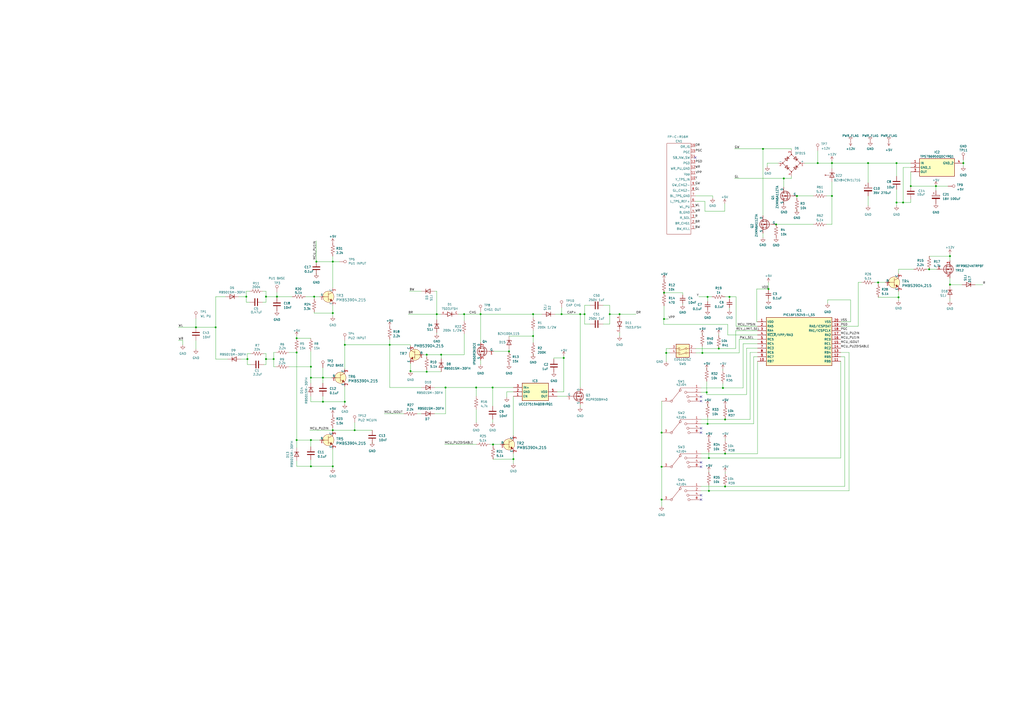
<source format=kicad_sch>
(kicad_sch (version 20230121) (generator eeschema)
  (paper "A2")
  (lib_symbols
    (symbol "Connector:TestPoint" (pin_numbers hide) (pin_names (offset 0.762) hide)
      (property "Reference" "TP" (at 0 6.858 0))
      (property "Value" "TestPoint" (at 0 5.08 0))
      (symbol "TestPoint_1_1"
        (pin passive line (at 0 0 90) (length 2.54) (name "1") (number "1"))
      )
    )
    (symbol "D_Zener_1" (pin_numbers hide) (pin_names (offset 1.016) hide)
      (property "Reference" "D" (at 0 2.54 0))
      (property "Value" "D_Zener" (at 0 -2.54 0))
      (symbol "D_Zener_1_1_1"
        (pin passive line (at -3.81 0 0) (length 2.54) (name "K") (number "1"))
        (pin passive line (at 3.81 0 180) (length 2.54) (name "A") (number "2"))
      )
    )
    (symbol "Device:C" (pin_numbers hide) (pin_names (offset 0.254))
      (property "Reference" "C" (at 0.635 2.54 0))
      (property "Value" "C" (at 0.635 -2.54 0))
      (symbol "C_1_1"
        (pin passive line (at 0 3.81 270) (length 2.794) (name "~") (number "1"))
        (pin passive line (at 0 -3.81 90) (length 2.794) (name "~") (number "2"))
      )
    )
    (symbol "Device:C_Polarized" (pin_numbers hide) (pin_names (offset 0.254))
      (property "Reference" "C" (at 0.635 2.54 0))
      (property "Value" "C_Polarized" (at 0.635 -2.54 0))
      (symbol "C_Polarized_1_1"
        (pin passive line (at 0 3.81 270) (length 2.794) (name "~") (number "1"))
        (pin passive line (at 0 -3.81 90) (length 2.794) (name "~") (number "2"))
      )
    )
    (symbol "Device:C_Small" (pin_numbers hide) (pin_names (offset 0.254) hide)
      (property "Reference" "C" (at 0.254 1.778 0))
      (property "Value" "C_Small" (at 0.254 -2.032 0))
      (symbol "C_Small_1_1"
        (pin passive line (at 0 2.54 270) (length 2.032) (name "~") (number "1"))
        (pin passive line (at 0 -2.54 90) (length 2.032) (name "~") (number "2"))
      )
    )
    (symbol "Device:D" (pin_numbers hide) (pin_names (offset 1.016) hide)
      (property "Reference" "D" (at 0 2.54 0))
      (property "Value" "D" (at 0 -2.54 0))
      (symbol "D_1_1"
        (pin passive line (at -3.81 0 0) (length 2.54) (name "K") (number "1"))
        (pin passive line (at 3.81 0 180) (length 2.54) (name "A") (number "2"))
      )
    )
    (symbol "Device:D_Bridge_+-AA" (pin_names (offset 0))
      (property "Reference" "D" (at 2.54 6.985 0))
      (property "Value" "D_Bridge_+-AA" (at 2.54 5.08 0))
      (symbol "D_Bridge_+-AA_1_1"
        (pin passive line (at 7.62 0 180) (length 2.54) (name "+") (number "1"))
        (pin passive line (at -7.62 0 0) (length 2.54) (name "-") (number "2"))
        (pin passive line (at 0 7.62 270) (length 2.54) (name "~") (number "3"))
        (pin passive line (at 0 -7.62 90) (length 2.54) (name "~") (number "4"))
      )
    )
    (symbol "Device:D_Zener" (pin_numbers hide) (pin_names (offset 1.016) hide)
      (property "Reference" "DZ1" (at -0.635 2.54 90))
      (property "Value" "BZX84-C9V1,215" (at 1.905 2.54 90))
      (symbol "D_Zener_1_1"
        (pin passive line (at 3.81 0 180) (length 2.54) (name "A") (number "1"))
        (pin no_connect line (at 0 -3.81 90) (length 2.54) (name "NON") (number "2"))
        (pin passive line (at -3.81 0 0) (length 2.54) (name "K") (number "3"))
      )
    )
    (symbol "Device:Q_PMOS_GDS" (pin_names (offset 0) hide)
      (property "Reference" "Q10" (at 5.715 0.635 0))
      (property "Value" "Q_PMOS_GDS" (at 5.715 -1.905 0))
      (symbol "Q_PMOS_GDS_1_1"
        (pin input line (at -5.08 0 0) (length 2.54) (name "G") (number "1"))
        (pin passive line (at 2.54 -5.08 90) (length 2.54) (name "S") (number "3"))
        (pin passive line (at 2.54 5.08 270) (length 2.54) (name "D") (number "4"))
      )
    )
    (symbol "Device:R_US" (pin_numbers hide) (pin_names (offset 0))
      (property "Reference" "R" (at 2.54 0 90))
      (property "Value" "R_US" (at -2.54 0 90))
      (symbol "R_US_1_1"
        (pin passive line (at 0 3.81 270) (length 1.27) (name "~") (number "1"))
        (pin passive line (at 0 -3.81 90) (length 1.27) (name "~") (number "2"))
      )
    )
    (symbol "NMOS_1" (pin_names (offset 0))
      (property "Reference" "Q4" (at -1.27 5.715 0))
      (property "Value" "TBD" (at -4.445 3.175 0))
      (symbol "NMOS_1_1_1"
        (pin input line (at -5.08 0 0) (length 2.54) (name "G") (number "1"))
        (pin passive line (at 2.54 5.08 270) (length 2.54) (name "D") (number "2"))
        (pin passive line (at 2.54 -5.08 90) (length 2.54) (name "S") (number "3"))
      )
    )
    (symbol "NMOS_3" (pin_numbers hide) (pin_names (offset 0))
      (property "Reference" "Q6" (at 5.715 -0.635 0))
      (symbol "NMOS_3_1_1"
        (pin input line (at -5.08 0 0) (length 2.54) (name "G") (number "1"))
        (pin passive line (at 2.54 5.08 270) (length 2.54) (name "D") (number "2"))
        (pin passive line (at 2.54 -5.08 90) (length 2.54) (name "S") (number "3"))
      )
    )
    (symbol "New_Library:42J04_ROTARY_SW" (pin_names (offset 1.016) hide)
      (property "Reference" "SW" (at -0.635 10.16 0))
      (property "Value" "42J04" (at 0 -3.175 0))
      (symbol "42J04_ROTARY_SW_0_1"
        (pin passive line (at 12.065 7.62 180) (length 5.08) (name "1") (number "1"))
        (pin passive line (at 12.065 5.08 180) (length 5.08) (name "2") (number "2"))
      )
      (symbol "42J04_ROTARY_SW_1_1"
        (pin passive line (at -10.795 0 0) (length 5.08) (name "COMMON") (number "3"))
        (pin passive line (at 12.065 2.54 180) (length 5.08) (name "4") (number "4"))
        (pin passive line (at 12.065 0 180) (length 5.08) (name "8") (number "8"))
      )
    )
    (symbol "New_Library:FP-C-16"
      (property "Reference" "CN1" (at 6.985 -30.48 0))
      (property "Value" "FP-C-R16M" (at 7.62 -33.02 0))
      (symbol "FP-C-16_1_1"
        (pin passive line (at -2.54 20.32 0) (length 2.54) (name "BW_KILL") (number "1"))
        (pin passive line (at -2.54 -8.255 0) (length 2.54) (name "Y_TPS_IN") (number "10"))
        (pin passive line (at -2.54 -11.43 0) (length 2.54) (name "Vpp") (number "11"))
        (pin passive line (at -2.54 -14.605 0) (length 2.54) (name "WR_PU_GND") (number "12"))
        (pin passive line (at -2.54 -17.78 0) (length 2.54) (name "PGD") (number "13"))
        (pin passive line (at -2.54 -20.955 0) (length 2.54) (name "SB_NW_SW") (number "14"))
        (pin passive line (at -2.54 -24.13 0) (length 2.54) (name "PGC") (number "15"))
        (pin passive line (at -2.54 -27.305 0) (length 2.54) (name "OR_IG") (number "16"))
        (pin passive line (at -2.54 17.145 0) (length 2.54) (name "BR_CHG1") (number "2"))
        (pin passive line (at -2.54 13.97 0) (length 2.54) (name "R_SOL") (number "3"))
        (pin passive line (at -2.54 10.795 0) (length 2.54) (name "B_GND") (number "4"))
        (pin passive line (at -2.54 7.62 0) (length 2.54) (name "WL_PU") (number "5"))
        (pin passive line (at -2.54 4.445 0) (length 2.54) (name "L_TPS_REF+") (number "6"))
        (pin passive line (at -2.54 1.27 0) (length 2.54) (name "BL_TPS_GND") (number "7"))
        (pin passive line (at -2.54 -1.905 0) (length 2.54) (name "GL_CHG2-") (number "8"))
        (pin passive line (at -2.54 -5.08 0) (length 2.54) (name "GW_CHG2-") (number "9"))
      )
    )
    (symbol "PIC16F15245-I_SS:PIC16F15245-I_SS"
      (property "Reference" "IC" (at 44.45 7.62 0))
      (property "Value" "PIC16F15245-I_SS" (at 44.45 5.08 0))
      (symbol "PIC16F15245-I_SS_1_1"
        (pin passive line (at 0 0 0) (length 5.08) (name "VDD") (number "1"))
        (pin passive line (at 0 -22.86 0) (length 5.08) (name "RB7") (number "10"))
        (pin passive line (at 48.26 -22.86 180) (length 5.08) (name "RB6") (number "11"))
        (pin passive line (at 48.26 -20.32 180) (length 5.08) (name "RB5") (number "12"))
        (pin passive line (at 48.26 -17.78 180) (length 5.08) (name "RB4") (number "13"))
        (pin passive line (at 48.26 -15.24 180) (length 5.08) (name "RC2") (number "14"))
        (pin passive line (at 48.26 -12.7 180) (length 5.08) (name "RC1") (number "15"))
        (pin passive line (at 48.26 -10.16 180) (length 5.08) (name "RC0") (number "16"))
        (pin passive line (at 48.26 -7.62 180) (length 5.08) (name "RA2") (number "17"))
        (pin passive line (at 48.26 -5.08 180) (length 5.08) (name "RA1/ICSPCLK") (number "18"))
        (pin passive line (at 48.26 -2.54 180) (length 5.08) (name "RA0/ICSPDAT") (number "19"))
        (pin passive line (at 0 -2.54 0) (length 5.08) (name "RA5") (number "2"))
        (pin passive line (at 48.26 0 180) (length 5.08) (name "VSS") (number "20"))
        (pin passive line (at 0 -5.08 0) (length 5.08) (name "RA4") (number "3"))
        (pin passive line (at 0 -7.62 0) (length 5.08) (name "~{MCLR}/VPP/RA3") (number "4"))
        (pin passive line (at 0 -10.16 0) (length 5.08) (name "RC5") (number "5"))
        (pin passive line (at 0 -12.7 0) (length 5.08) (name "RC4") (number "6"))
        (pin passive line (at 0 -15.24 0) (length 5.08) (name "RC3") (number "7"))
        (pin passive line (at 0 -17.78 0) (length 5.08) (name "RC6") (number "8"))
        (pin passive line (at 0 -20.32 0) (length 5.08) (name "RC7") (number "9"))
      )
    )
    (symbol "S3JFSH:S3JFSH" (pin_names (offset 1.016))
      (property "Reference" "D" (at -5.08 2.54 0))
      (property "Value" "S3JFSH" (at -5.08 -3.81 0))
      (symbol "S3JFSH_0_0"
        (pin passive line (at -5.08 0 0) (length 2.54) (name "~") (number "A"))
        (pin passive line (at 5.08 0 180) (length 2.54) (name "~") (number "C"))
      )
    )
    (symbol "Simulation_SPICE:NMOS" (pin_names (offset 0))
      (property "Reference" "Q10" (at 5.715 0.635 0))
      (property "Value" "RGPR30BM40" (at 5.715 -1.905 0))
      (symbol "NMOS_1_1"
        (pin input line (at -5.08 0 0) (length 2.54) (name "G") (number "1"))
        (pin passive line (at 2.54 5.08 270) (length 2.54) (name "D") (number "2"))
        (pin passive line (at 2.54 -5.08 90) (length 2.54) (name "S") (number "3"))
      )
    )
    (symbol "Switch:SW_DIP_x02" (pin_names (offset 0) hide)
      (property "Reference" "SW" (at 0 6.35 0))
      (property "Value" "SW_DIP_x02" (at 0 -3.81 0))
      (symbol "SW_DIP_x02_1_1"
        (pin passive line (at -7.62 2.54 0) (length 5.08) (name "~") (number "1"))
        (pin passive line (at -7.62 0 0) (length 5.08) (name "~") (number "2"))
        (pin passive line (at 7.62 0 180) (length 5.08) (name "~") (number "3"))
        (pin passive line (at 7.62 2.54 180) (length 5.08) (name "~") (number "4"))
      )
    )
    (symbol "TPS7B6950QDCYRQ1:TPS7B6950QDCYRQ1"
      (property "Reference" "IC" (at 26.67 7.62 0))
      (property "Value" "TPS7B6950QDCYRQ1" (at 26.67 5.08 0))
      (symbol "TPS7B6950QDCYRQ1_1_1"
        (pin passive line (at 0 0 0) (length 5.08) (name "IN") (number "1"))
        (pin passive line (at 0 -2.54 0) (length 5.08) (name "GND_1") (number "2"))
        (pin passive line (at 0 -5.08 0) (length 5.08) (name "OUT") (number "3"))
        (pin passive line (at 30.48 0 180) (length 5.08) (name "GND_2") (number "4"))
      )
    )
    (symbol "UCC27519AQDBVRQ1:UCC27519AQDBVRQ1"
      (property "Reference" "IC" (at 21.59 7.62 0))
      (property "Value" "UCC27519AQDBVRQ1" (at 21.59 5.08 0))
      (symbol "UCC27519AQDBVRQ1_1_1"
        (pin passive line (at 0 0 0) (length 5.08) (name "EN") (number "1"))
        (pin passive line (at 0 -2.54 0) (length 5.08) (name "GND") (number "2"))
        (pin passive line (at 0 -5.08 0) (length 5.08) (name "IN+") (number "3"))
        (pin passive line (at 25.4 0 180) (length 5.08) (name "OUT") (number "4"))
        (pin passive line (at 25.4 -2.54 180) (length 5.08) (name "VDD") (number "5"))
      )
    )
    (symbol "dk_Transistors-Bipolar-BJT-Single:PMBT2222A_215" (pin_names (offset 0))
      (property "Reference" "Q" (at -3.2004 4.2164 0))
      (property "Value" "PMBT2222A_215" (at 5.2324 0 90))
      (symbol "PMBT2222A_215_1_1"
        (pin input line (at -5.08 0 0) (length 2.54) (name "B") (number "1"))
        (pin passive line (at 2.54 -5.08 90) (length 2.54) (name "E") (number "2"))
        (pin passive line (at 2.54 5.08 270) (length 2.54) (name "C") (number "3"))
      )
    )
    (symbol "power:+12V" (power) (pin_names (offset 0))
      (property "Value" "+12V" (at 0 3.556 0))
      (symbol "+12V_1_1"
        (pin power_in line (at 0 0 90) (length 0) hide (name "+12V") (number "1"))
      )
    )
    (symbol "power:+5V" (power) (pin_names (offset 0))
      (property "Value" "+5V" (at 0 3.556 0))
      (symbol "+5V_1_1"
        (pin power_in line (at 0 0 90) (length 0) hide (name "+5V") (number "1"))
      )
    )
    (symbol "power:GND" (power) (pin_names (offset 0))
      (property "Value" "GND" (at 0 -3.81 0))
      (symbol "GND_1_1"
        (pin power_in line (at 0 0 270) (length 0) hide (name "GND") (number "1"))
      )
    )
    (symbol "power:PWR_FLAG" (power) (pin_numbers hide) (pin_names (offset 0) hide)
      (property "Value" "PWR_FLAG" (at 0 3.81 0))
      (symbol "PWR_FLAG_0_0"
        (pin power_out line (at 0 0 90) (length 0) (name "pwr") (number "1"))
      )
    )
  )
  (junction (at 286.004 257.81))
  (junction (at 285.75 224.79))
  (junction (at 205.74 249.555))
  (junction (at 385.191 185.039))
  (junction (at 183.515 151.765))
  (junction (at 325.755 182.245))
  (junction (at 407.416 204.724))
  (junction (at 269.24 182.245))
  (junction (at 420.624 243.332))
  (junction (at 154.305 208.28))
  (junction (at 386.461 204.724))
  (junction (at 411.226 265.684))
  (junction (at 503.555 94.615))
  (junction (at 339.09 182.245))
  (junction (at 295.275 203.835))
  (junction (at 172.085 255.27))
  (junction (at 509.397 163.83))
  (junction (at 520.065 117.475))
  (junction (at 278.765 182.245))
  (junction (at 445.77 167.64))
  (junction (at 113.665 189.865))
  (junction (at 193.04 151.765))
  (junction (at 383.794 270.764))
  (junction (at 160.655 172.085))
  (junction (at 551.053 165.1))
  (junction (at 187.325 233.045))
  (junction (at 416.941 202.184))
  (junction (at 482.6 94.615))
  (junction (at 309.245 182.245))
  (junction (at 383.794 289.814))
  (junction (at 359.41 182.245))
  (junction (at 172.085 204.47))
  (junction (at 200.025 233.045))
  (junction (at 193.04 181.61))
  (junction (at 238.125 215.265))
  (junction (at 247.523 205.74))
  (junction (at 255.905 205.74))
  (junction (at 409.956 227.584))
  (junction (at 474.345 94.615))
  (junction (at 523.875 117.475))
  (junction (at 419.354 225.044))
  (junction (at 450.215 130.175))
  (junction (at 182.245 172.085))
  (junction (at 247.523 215.646))
  (junction (at 253.365 182.245))
  (junction (at 309.245 194.945))
  (junction (at 538.988 156.21))
  (junction (at 193.04 249.555))
  (junction (at 158.75 208.28))
  (junction (at 521.208 172.466))
  (junction (at 172.085 196.215))
  (junction (at 411.226 284.734))
  (junction (at 180.34 270.51))
  (junction (at 180.34 219.075))
  (junction (at 410.464 245.872))
  (junction (at 410.464 172.212))
  (junction (at 200.025 200.025))
  (junction (at 297.815 266.319))
  (junction (at 385.191 169.799))
  (junction (at 336.55 182.245))
  (junction (at 482.6 113.665))
  (junction (at 420.624 263.144))
  (junction (at 327.025 207.645))
  (junction (at 454.66 103.505))
  (junction (at 528.32 107.95))
  (junction (at 383.794 250.952))
  (junction (at 193.04 270.51))
  (junction (at 180.34 212.725))
  (junction (at 462.28 113.665))
  (junction (at 226.06 200.025))
  (junction (at 187.325 219.075))
  (junction (at 258.445 224.79))
  (junction (at 423.164 172.212))
  (junction (at 180.34 255.27))
  (junction (at 420.624 282.194))
  (junction (at 542.925 107.95))
  (junction (at 276.225 224.79))
  (junction (at 142.875 172.085))
  (junction (at 442.595 86.36))
  (junction (at 125.095 189.865))
  (junction (at 154.305 172.085))
  (junction (at 353.695 182.245))
  (junction (at 520.065 94.615))
  (junction (at 551.053 148.59))
  (junction (at 558.8 94.615))
  (junction (at 143.51 208.28))
  (no_connect (at 406.654 250.952))
  (no_connect (at 406.654 232.664))
  (no_connect (at 406.654 287.274))
  (no_connect (at 406.654 230.124))
  (no_connect (at 406.654 289.814))
  (no_connect (at 406.654 248.412))
  (no_connect (at 406.654 268.224))
  (no_connect (at 403.352 91.44))
  (no_connect (at 406.654 270.764))
  (wire (pts (xy 180.34 203.835) (xy 180.34 212.725)))
  (wire (pts (xy 180.34 266.7) (xy 180.34 270.51)))
  (wire (pts (xy 180.34 219.075) (xy 180.34 222.25)))
  (wire (pts (xy 278.765 182.245) (xy 309.245 182.245)))
  (wire (pts (xy 551.053 161.29) (xy 551.053 165.1)))
  (wire (pts (xy 183.515 158.75) (xy 183.515 159.385)))
  (wire (pts (xy 285.75 243.205) (xy 285.75 245.11)))
  (wire (pts (xy 183.515 151.765) (xy 193.04 151.765)))
  (wire (pts (xy 558.8 94.615) (xy 558.8 96.52)))
  (wire (pts (xy 143.51 211.455) (xy 145.415 211.455)))
  (wire (pts (xy 419.354 222.504) (xy 419.354 225.044)))
  (wire (pts (xy 142.875 175.26) (xy 142.875 172.085)))
  (wire (pts (xy 551.053 165.1) (xy 551.053 165.735)))
  (wire (pts (xy 419.354 214.122) (xy 419.354 214.884)))
  (wire (pts (xy 269.24 182.245) (xy 278.765 182.245)))
  (wire (pts (xy 420.624 263.144) (xy 439.42 263.144)))
  (wire (pts (xy 342.265 187.96) (xy 339.09 187.96)))
  (wire (pts (xy 431.038 199.39) (xy 439.42 199.39)))
  (wire (pts (xy 538.988 156.21) (xy 543.433 156.21)))
  (wire (pts (xy 462.28 114.935) (xy 462.28 113.665)))
  (wire (pts (xy 295.275 194.945) (xy 309.245 194.945)))
  (wire (pts (xy 238.125 215.646) (xy 238.125 215.265)))
  (wire (pts (xy 466.725 94.615) (xy 474.345 94.615)))
  (wire (pts (xy 479.425 113.665) (xy 482.6 113.665)))
  (wire (pts (xy 353.695 177.165) (xy 353.695 182.245)))
  (wire (pts (xy 215.9 249.555) (xy 205.74 249.555)))
  (wire (pts (xy 286.385 203.835) (xy 295.275 203.835)))
  (wire (pts (xy 325.755 178.435) (xy 325.755 182.245)))
  (wire (pts (xy 172.085 267.335) (xy 172.085 270.51)))
  (wire (pts (xy 437.134 245.872) (xy 437.134 207.01)))
  (wire (pts (xy 158.75 204.47) (xy 158.75 208.28)))
  (wire (pts (xy 142.875 168.91) (xy 144.78 168.91)))
  (wire (pts (xy 482.6 130.175) (xy 479.425 130.175)))
  (wire (pts (xy 426.085 86.36) (xy 442.595 86.36)))
  (wire (pts (xy 403.606 204.724) (xy 407.416 204.724)))
  (wire (pts (xy 439.42 201.93) (xy 433.07 201.93)))
  (wire (pts (xy 336.55 182.245) (xy 339.09 182.245)))
  (wire (pts (xy 327.025 207.645) (xy 327.025 227.33)))
  (wire (pts (xy 482.6 93.345) (xy 482.6 94.615)))
  (wire (pts (xy 388.366 202.184) (xy 386.461 202.184)))
  (wire (pts (xy 442.595 86.36) (xy 459.105 86.36)))
  (wire (pts (xy 321.31 207.645) (xy 321.31 208.28)))
  (wire (pts (xy 411.226 265.684) (xy 487.68 265.684)))
  (wire (pts (xy 383.794 270.764) (xy 383.794 289.814)))
  (wire (pts (xy 327.025 206.375) (xy 327.025 207.645)))
  (wire (pts (xy 420.37 118.11) (xy 420.37 122.555)))
  (wire (pts (xy 383.794 250.952) (xy 383.794 270.764)))
  (wire (pts (xy 406.654 227.584) (xy 409.956 227.584)))
  (wire (pts (xy 493.395 186.69) (xy 493.395 173.99)))
  (wire (pts (xy 226.06 200.025) (xy 226.06 224.79)))
  (wire (pts (xy 226.06 200.025) (xy 238.125 200.025)))
  (wire (pts (xy 442.595 86.36) (xy 442.595 125.095)))
  (wire (pts (xy 236.855 182.245) (xy 253.365 182.245)))
  (wire (pts (xy 172.085 270.51) (xy 180.34 270.51)))
  (wire (pts (xy 278.765 180.975) (xy 278.765 182.245)))
  (wire (pts (xy 437.134 245.872) (xy 410.464 245.872)))
  (wire (pts (xy 187.325 213.36) (xy 187.325 219.075)))
  (wire (pts (xy 503.555 94.615) (xy 520.065 94.615)))
  (wire (pts (xy 247.523 205.74) (xy 255.905 205.74)))
  (wire (pts (xy 459.105 103.505) (xy 459.105 102.235)))
  (wire (pts (xy 411.226 273.304) (xy 411.226 273.812)))
  (wire (pts (xy 403.352 132.715) (xy 403.225 132.715)))
  (wire (pts (xy 426.72 202.184) (xy 426.72 191.77)))
  (wire (pts (xy 323.215 229.87) (xy 328.93 229.87)))
  (wire (pts (xy 215.9 256.54) (xy 215.9 257.175)))
  (wire (pts (xy 383.794 232.664) (xy 383.794 250.952)))
  (wire (pts (xy 551.053 147.32) (xy 551.053 148.59)))
  (wire (pts (xy 160.655 172.085) (xy 169.545 172.085)))
  (wire (pts (xy 410.464 242.062) (xy 410.464 245.872)))
  (wire (pts (xy 422.148 194.31) (xy 439.42 194.31)))
  (wire (pts (xy 160.655 172.085) (xy 160.655 172.72)))
  (wire (pts (xy 422.148 188.214) (xy 422.148 194.31)))
  (wire (pts (xy 454.66 103.505) (xy 454.66 108.585)))
  (wire (pts (xy 426.974 189.23) (xy 439.42 189.23)))
  (wire (pts (xy 523.875 97.155) (xy 528.32 97.155)))
  (wire (pts (xy 247.523 215.646) (xy 238.125 215.646)))
  (wire (pts (xy 565.658 165.1) (xy 570.103 165.1)))
  (wire (pts (xy 419.354 225.044) (xy 431.038 225.044)))
  (wire (pts (xy 409.956 228.854) (xy 433.07 228.854)))
  (wire (pts (xy 269.24 182.245) (xy 269.24 186.055)))
  (wire (pts (xy 237.49 168.91) (xy 244.475 168.91)))
  (wire (pts (xy 143.51 205.105) (xy 145.415 205.105)))
  (wire (pts (xy 182.245 181.61) (xy 193.04 181.61)))
  (wire (pts (xy 185.42 255.27) (xy 180.34 255.27)))
  (wire (pts (xy 205.74 245.11) (xy 205.74 249.555)))
  (wire (pts (xy 507.365 163.83) (xy 509.397 163.83)))
  (wire (pts (xy 558.8 92.71) (xy 558.8 94.615)))
  (wire (pts (xy 395.986 176.149) (xy 395.986 176.784)))
  (wire (pts (xy 193.04 151.765) (xy 196.85 151.765)))
  (wire (pts (xy 492.506 284.734) (xy 492.506 204.47)))
  (wire (pts (xy 154.305 205.105) (xy 153.035 205.105)))
  (wire (pts (xy 551.053 165.1) (xy 558.038 165.1)))
  (wire (pts (xy 426.974 172.212) (xy 426.974 189.23)))
  (wire (pts (xy 269.24 193.675) (xy 269.24 205.74)))
  (wire (pts (xy 523.875 97.155) (xy 523.875 117.475)))
  (wire (pts (xy 406.654 282.194) (xy 420.624 282.194)))
  (wire (pts (xy 257.937 257.81) (xy 276.352 257.81)))
  (wire (pts (xy 247.523 205.74) (xy 247.523 206.883)))
  (wire (pts (xy 193.04 148.59) (xy 193.04 151.765)))
  (wire (pts (xy 528.32 107.95) (xy 542.925 107.95)))
  (wire (pts (xy 407.416 200.914) (xy 407.416 204.724)))
  (wire (pts (xy 497.84 163.83) (xy 497.84 189.23)))
  (wire (pts (xy 410.464 172.212) (xy 410.464 174.752)))
  (wire (pts (xy 180.34 233.045) (xy 187.325 233.045)))
  (wire (pts (xy 103.505 189.865) (xy 113.665 189.865)))
  (wire (pts (xy 403.352 85.09) (xy 403.225 85.09)))
  (wire (pts (xy 154.305 168.91) (xy 152.4 168.91)))
  (wire (pts (xy 462.28 122.555) (xy 462.28 121.92)))
  (wire (pts (xy 423.164 172.212) (xy 423.164 173.482)))
  (wire (pts (xy 193.04 249.555) (xy 193.04 250.19)))
  (wire (pts (xy 113.665 197.485) (xy 113.665 202.565)))
  (wire (pts (xy 431.038 225.044) (xy 431.038 199.39)))
  (wire (pts (xy 509.397 172.466) (xy 521.208 172.466)))
  (wire (pts (xy 244.475 224.79) (xy 226.06 224.79)))
  (wire (pts (xy 245.745 205.74) (xy 247.523 205.74)))
  (wire (pts (xy 403.606 202.184) (xy 416.941 202.184)))
  (wire (pts (xy 193.04 260.35) (xy 193.04 270.51)))
  (wire (pts (xy 445.77 167.64) (xy 438.912 167.64)))
  (wire (pts (xy 403.352 126.365) (xy 403.225 126.365)))
  (wire (pts (xy 276.225 224.79) (xy 285.75 224.79)))
  (wire (pts (xy 294.005 227.33) (xy 297.815 227.33)))
  (wire (pts (xy 255.905 215.646) (xy 247.523 215.646)))
  (wire (pts (xy 158.75 212.725) (xy 160.02 212.725)))
  (wire (pts (xy 187.325 222.25) (xy 187.325 219.075)))
  (wire (pts (xy 265.938 182.245) (xy 269.24 182.245)))
  (wire (pts (xy 520.065 94.615) (xy 528.32 94.615)))
  (wire (pts (xy 385.191 177.419) (xy 385.191 185.039)))
  (wire (pts (xy 538.988 148.59) (xy 551.053 148.59)))
  (wire (pts (xy 403.352 123.19) (xy 403.225 123.19)))
  (wire (pts (xy 180.34 196.215) (xy 172.085 196.215)))
  (wire (pts (xy 283.972 257.81) (xy 286.004 257.81)))
  (wire (pts (xy 520.065 109.855) (xy 520.065 117.475)))
  (wire (pts (xy 521.208 156.21) (xy 530.098 156.21)))
  (wire (pts (xy 247.523 214.503) (xy 247.523 215.646)))
  (wire (pts (xy 403.352 104.14) (xy 403.225 104.14)))
  (wire (pts (xy 252.095 240.03) (xy 258.445 240.03)))
  (wire (pts (xy 423.164 178.562) (xy 423.164 179.832)))
  (wire (pts (xy 413.004 172.212) (xy 410.464 172.212)))
  (wire (pts (xy 172.085 255.27) (xy 172.085 259.715)))
  (wire (pts (xy 474.345 87.503) (xy 474.345 94.615)))
  (wire (pts (xy 445.77 167.64) (xy 445.77 168.275)))
  (wire (pts (xy 258.445 224.79) (xy 258.445 240.03)))
  (wire (pts (xy 386.461 202.184) (xy 386.461 204.724)))
  (wire (pts (xy 238.125 200.025) (xy 238.125 200.66)))
  (wire (pts (xy 180.34 229.87) (xy 180.34 233.045)))
  (wire (pts (xy 482.6 94.615) (xy 482.6 97.79)))
  (wire (pts (xy 278.765 182.245) (xy 278.765 198.755)))
  (wire (pts (xy 445.77 173.355) (xy 445.77 173.99)))
  (wire (pts (xy 323.215 227.33) (xy 327.025 227.33)))
  (wire (pts (xy 177.165 172.085) (xy 182.245 172.085)))
  (wire (pts (xy 125.095 172.085) (xy 125.095 189.865)))
  (wire (pts (xy 482.6 105.41) (xy 482.6 113.665)))
  (wire (pts (xy 349.885 177.165) (xy 353.695 177.165)))
  (wire (pts (xy 276.225 224.79) (xy 276.225 229.87)))
  (wire (pts (xy 445.135 94.615) (xy 445.135 96.52)))
  (wire (pts (xy 537.718 156.21) (xy 538.988 156.21)))
  (wire (pts (xy 428.752 196.85) (xy 428.752 204.724)))
  (wire (pts (xy 438.912 186.69) (xy 438.912 167.64)))
  (wire (pts (xy 309.245 194.945) (xy 309.245 198.755)))
  (wire (pts (xy 487.68 189.23) (xy 497.84 189.23)))
  (wire (pts (xy 437.134 207.01) (xy 439.42 207.01)))
  (wire (pts (xy 154.305 175.26) (xy 154.305 172.085)))
  (wire (pts (xy 193.04 151.765) (xy 193.04 167.005)))
  (wire (pts (xy 205.74 249.555) (xy 193.04 249.555)))
  (wire (pts (xy 435.102 204.47) (xy 435.102 243.332)))
  (wire (pts (xy 180.34 255.27) (xy 180.34 259.08)))
  (wire (pts (xy 403.352 120.015) (xy 403.225 120.015)))
  (wire (pts (xy 480.06 173.99) (xy 480.06 175.895)))
  (wire (pts (xy 523.875 117.475) (xy 528.32 117.475)))
  (wire (pts (xy 297.815 262.89) (xy 297.815 266.319)))
  (wire (pts (xy 238.125 210.82) (xy 238.125 215.265)))
  (wire (pts (xy 142.875 175.26) (xy 144.78 175.26)))
  (wire (pts (xy 445.135 94.615) (xy 451.485 94.615)))
  (wire (pts (xy 403.352 129.54) (xy 403.225 129.54)))
  (wire (pts (xy 410.464 235.204) (xy 410.464 234.442)))
  (wire (pts (xy 309.245 182.245) (xy 314.325 182.245)))
  (wire (pts (xy 297.815 229.87) (xy 297.815 252.73)))
  (wire (pts (xy 482.6 94.615) (xy 503.555 94.615)))
  (wire (pts (xy 200.025 200.025) (xy 226.06 200.025)))
  (wire (pts (xy 385.191 185.039) (xy 387.731 185.039)))
  (wire (pts (xy 286.004 257.81) (xy 290.195 257.81)))
  (wire (pts (xy 286.004 266.319) (xy 297.815 266.319)))
  (wire (pts (xy 297.815 266.319) (xy 297.815 268.859)))
  (wire (pts (xy 172.085 204.47) (xy 172.085 255.27)))
  (wire (pts (xy 462.28 113.665) (xy 471.805 113.665)))
  (wire (pts (xy 426.974 172.212) (xy 423.164 172.212)))
  (wire (pts (xy 408.94 122.555) (xy 420.37 122.555)))
  (wire (pts (xy 407.416 193.929) (xy 407.416 193.294)))
  (wire (pts (xy 439.42 196.85) (xy 428.752 196.85)))
  (wire (pts (xy 439.42 204.47) (xy 435.102 204.47)))
  (wire (pts (xy 160.655 169.545) (xy 160.655 172.085)))
  (wire (pts (xy 253.365 182.245) (xy 253.365 185.42)))
  (wire (pts (xy 125.095 189.865) (xy 125.095 208.28)))
  (wire (pts (xy 439.42 186.69) (xy 438.912 186.69)))
  (wire (pts (xy 103.505 197.485) (xy 106.045 197.485)))
  (wire (pts (xy 200.025 197.485) (xy 200.025 200.025)))
  (wire (pts (xy 253.365 168.91) (xy 253.365 182.245)))
  (wire (pts (xy 509.397 172.339) (xy 509.397 172.466)))
  (wire (pts (xy 258.445 224.79) (xy 276.225 224.79)))
  (wire (pts (xy 359.41 182.245) (xy 368.935 182.245)))
  (wire (pts (xy 226.06 196.85) (xy 226.06 200.025)))
  (wire (pts (xy 125.095 208.28) (xy 132.08 208.28)))
  (wire (pts (xy 403.352 110.49) (xy 403.225 110.49)))
  (wire (pts (xy 426.085 103.505) (xy 454.66 103.505)))
  (wire (pts (xy 359.41 182.245) (xy 359.41 182.88)))
  (wire (pts (xy 383.794 289.814) (xy 383.794 293.624)))
  (wire (pts (xy 520.065 117.475) (xy 523.875 117.475)))
  (wire (pts (xy 253.365 182.245) (xy 255.778 182.245)))
  (wire (pts (xy 172.085 203.835) (xy 172.085 204.47)))
  (wire (pts (xy 416.941 193.929) (xy 416.941 194.564)))
  (wire (pts (xy 454.66 103.505) (xy 459.105 103.505)))
  (wire (pts (xy 143.51 208.28) (xy 143.51 211.455)))
  (wire (pts (xy 182.245 172.085) (xy 185.42 172.085)))
  (wire (pts (xy 325.755 182.245) (xy 336.55 182.245)))
  (wire (pts (xy 180.34 219.075) (xy 187.325 219.075)))
  (wire (pts (xy 499.745 163.83) (xy 497.84 163.83)))
  (wire (pts (xy 142.875 172.085) (xy 142.875 168.91)))
  (wire (pts (xy 403.352 116.84) (xy 408.94 116.84)))
  (wire (pts (xy 521.208 172.466) (xy 521.208 168.91)))
  (wire (pts (xy 152.4 175.26) (xy 154.305 175.26)))
  (wire (pts (xy 442.595 135.255) (xy 442.595 137.795)))
  (wire (pts (xy 386.461 204.724) (xy 386.461 209.804)))
  (wire (pts (xy 542.925 107.95) (xy 542.925 110.49)))
  (wire (pts (xy 353.695 182.245) (xy 353.695 187.96)))
  (wire (pts (xy 406.654 225.044) (xy 419.354 225.044)))
  (wire (pts (xy 487.68 204.47) (xy 492.506 204.47)))
  (wire (pts (xy 200.025 224.155) (xy 200.025 233.045)))
  (wire (pts (xy 407.416 204.724) (xy 428.752 204.724)))
  (wire (pts (xy 521.208 158.75) (xy 521.208 156.21)))
  (wire (pts (xy 154.305 172.085) (xy 154.305 168.91)))
  (wire (pts (xy 509.397 163.83) (xy 513.588 163.83)))
  (wire (pts (xy 433.07 201.93) (xy 433.07 228.854)))
  (wire (pts (xy 143.51 208.28) (xy 143.51 205.105)))
  (wire (pts (xy 309.245 206.375) (xy 309.245 205.74)))
  (wire (pts (xy 180.34 219.075) (xy 180.34 212.725)))
  (wire (pts (xy 406.654 245.872) (xy 410.464 245.872)))
  (wire (pts (xy 187.325 233.045) (xy 187.325 229.87)))
  (wire (pts (xy 385.191 169.799) (xy 395.986 169.799)))
  (wire (pts (xy 154.305 172.085) (xy 160.655 172.085)))
  (wire (pts (xy 439.42 209.55) (xy 439.42 263.144)))
  (wire (pts (xy 403.352 107.315) (xy 403.225 107.315)))
  (wire (pts (xy 253.365 193.04) (xy 253.365 193.675)))
  (wire (pts (xy 154.305 205.105) (xy 154.305 208.28)))
  (wire (pts (xy 503.555 106.045) (xy 503.555 94.615)))
  (wire (pts (xy 410.464 172.212) (xy 405.384 172.212)))
  (wire (pts (xy 520.065 117.475) (xy 520.065 119.38)))
  (wire (pts (xy 406.654 265.684) (xy 411.226 265.684)))
  (wire (pts (xy 450.215 130.175) (xy 471.805 130.175)))
  (wire (pts (xy 388.366 204.724) (xy 386.461 204.724)))
  (wire (pts (xy 255.905 205.74) (xy 269.24 205.74)))
  (wire (pts (xy 385.064 185.039) (xy 385.191 185.039)))
  (wire (pts (xy 420.624 243.332) (xy 435.102 243.332)))
  (wire (pts (xy 193.04 271.78) (xy 193.04 270.51)))
  (wire (pts (xy 252.095 224.79) (xy 258.445 224.79)))
  (wire (pts (xy 509.397 163.83) (xy 509.397 164.719)))
  (wire (pts (xy 359.41 193.04) (xy 359.41 194.945)))
  (wire (pts (xy 193.04 177.165) (xy 193.04 181.61)))
  (wire (pts (xy 200.025 233.045) (xy 200.025 234.315)))
  (wire (pts (xy 420.624 243.332) (xy 420.624 242.824)))
  (wire (pts (xy 200.025 200.025) (xy 200.025 213.995)))
  (wire (pts (xy 285.75 224.79) (xy 285.75 235.585)))
  (wire (pts (xy 278.765 211.455) (xy 278.765 208.915)))
  (wire (pts (xy 339.09 177.165) (xy 339.09 182.245)))
  (wire (pts (xy 551.053 148.59) (xy 551.053 151.13)))
  (wire (pts (xy 125.095 172.085) (xy 130.81 172.085)))
  (wire (pts (xy 182.245 181.61) (xy 182.245 180.975)))
  (wire (pts (xy 183.515 139.7) (xy 183.515 151.765)))
  (wire (pts (xy 353.695 182.245) (xy 359.41 182.245)))
  (wire (pts (xy 179.705 249.555) (xy 193.04 249.555)))
  (wire (pts (xy 413.385 113.665) (xy 403.352 113.665)))
  (wire (pts (xy 409.956 214.122) (xy 409.956 213.614)))
  (wire (pts (xy 336.55 234.95) (xy 336.55 236.22)))
  (wire (pts (xy 487.68 186.69) (xy 493.395 186.69)))
  (wire (pts (xy 459.105 86.36) (xy 459.105 86.995)))
  (wire (pts (xy 411.226 281.432) (xy 411.226 284.734)))
  (wire (pts (xy 172.085 194.945) (xy 172.085 196.215)))
  (wire (pts (xy 193.04 181.61) (xy 193.04 183.515)))
  (wire (pts (xy 106.045 200.025) (xy 106.045 197.485)))
  (wire (pts (xy 222.885 240.03) (xy 234.315 240.03)))
  (wire (pts (xy 154.305 208.28) (xy 154.305 211.455)))
  (wire (pts (xy 241.935 240.03) (xy 244.475 240.03)))
  (wire (pts (xy 528.32 99.695) (xy 528.32 107.95)))
  (wire (pts (xy 160.02 204.47) (xy 158.75 204.47)))
  (wire (pts (xy 385.064 185.039) (xy 385.064 188.214)))
  (wire (pts (xy 482.6 113.665) (xy 482.6 130.175)))
  (wire (pts (xy 487.68 209.55) (xy 487.68 265.684)))
  (wire (pts (xy 336.55 182.245) (xy 336.55 224.79)))
  (wire (pts (xy 403.352 97.79) (xy 403.225 97.79)))
  (wire (pts (xy 153.035 211.455) (xy 154.305 211.455)))
  (wire (pts (xy 420.624 172.212) (xy 423.164 172.212)))
  (wire (pts (xy 411.226 262.382) (xy 411.226 265.684)))
  (wire (pts (xy 420.624 282.194) (xy 489.966 282.194)))
  (wire (pts (xy 411.226 284.734) (xy 492.506 284.734)))
  (wire (pts (xy 295.275 202.565) (xy 295.275 203.835)))
  (wire (pts (xy 487.68 207.01) (xy 489.966 207.01)))
  (wire (pts (xy 409.956 228.854) (xy 409.956 227.584)))
  (wire (pts (xy 521.208 172.466) (xy 521.208 174.371)))
  (wire (pts (xy 154.305 208.28) (xy 158.75 208.28)))
  (wire (pts (xy 339.09 182.245) (xy 339.09 187.96)))
  (wire (pts (xy 187.325 233.045) (xy 200.025 233.045)))
  (wire (pts (xy 445.77 163.83) (xy 445.77 167.64)))
  (wire (pts (xy 309.245 182.245) (xy 309.245 184.15)))
  (wire (pts (xy 321.945 182.245) (xy 325.755 182.245)))
  (wire (pts (xy 276.225 237.49) (xy 276.225 245.11)))
  (wire (pts (xy 520.065 94.615) (xy 520.065 102.235)))
  (wire (pts (xy 158.75 208.28) (xy 158.75 212.725)))
  (wire (pts (xy 542.925 107.95) (xy 549.91 107.95)))
  (wire (pts (xy 327.025 207.645) (xy 321.31 207.645)))
  (wire (pts (xy 353.695 187.96) (xy 349.885 187.96)))
  (wire (pts (xy 489.966 207.01) (xy 489.966 282.194)))
  (wire (pts (xy 420.624 273.812) (xy 420.624 274.574)))
  (wire (pts (xy 113.665 184.785) (xy 113.665 189.865)))
  (wire (pts (xy 255.905 205.74) (xy 255.905 208.026)))
  (wire (pts (xy 406.654 243.332) (xy 420.624 243.332)))
  (wire (pts (xy 139.7 208.28) (xy 143.51 208.28)))
  (wire (pts (xy 294.005 227.33) (xy 294.005 230.505)))
  (wire (pts (xy 309.245 191.77) (xy 309.245 194.945)))
  (wire (pts (xy 180.34 270.51) (xy 193.04 270.51)))
  (wire (pts (xy 385.064 188.214) (xy 422.148 188.214)))
  (wire (pts (xy 253.365 168.91) (xy 252.095 168.91)))
  (wire (pts (xy 286.004 257.81) (xy 286.004 258.699)))
  (wire (pts (xy 493.395 173.99) (xy 480.06 173.99)))
  (wire (pts (xy 528.32 115.57) (xy 528.32 117.475)))
  (wire (pts (xy 182.245 172.085) (xy 182.245 173.355)))
  (wire (pts (xy 426.72 191.77) (xy 439.42 191.77)))
  (wire (pts (xy 138.43 172.085) (xy 142.875 172.085)))
  (wire (pts (xy 474.345 94.615) (xy 482.6 94.615)))
  (wire (pts (xy 187.325 219.075) (xy 192.405 219.075)))
  (wire (pts (xy 420.624 254.762) (xy 420.624 255.524)))
  (wire (pts (xy 167.64 212.725) (xy 180.34 212.725)))
  (wire (pts (xy 406.654 284.734) (xy 411.226 284.734)))
  (wire (pts (xy 406.654 263.144) (xy 420.624 263.144)))
  (wire (pts (xy 409.956 221.234) (xy 409.956 227.584)))
  (wire (pts (xy 395.986 169.799) (xy 395.986 171.069)))
  (wire (pts (xy 167.64 204.47) (xy 172.085 204.47)))
  (wire (pts (xy 408.94 116.84) (xy 408.94 122.555)))
  (wire (pts (xy 413.385 114.935) (xy 413.385 113.665)))
  (wire (pts (xy 503.555 113.665) (xy 503.555 119.38)))
  (wire (pts (xy 416.941 202.184) (xy 426.72 202.184)))
  (wire (pts (xy 113.665 189.865) (xy 125.095 189.865)))
  (wire (pts (xy 551.053 173.355) (xy 551.053 174.625)))
  (wire (pts (xy 172.085 255.27) (xy 180.34 255.27)))
  (wire (pts (xy 285.75 224.79) (xy 297.815 224.79)))
  (wire (pts (xy 339.09 177.165) (xy 342.265 177.165)))
  (wire (pts (xy 193.04 248.285) (xy 193.04 249.555)))
  (label "GL" (at 403.225 110.49 0))
  (label "GL" (at 426.085 103.505 0))
  (label "WL" (at 103.505 189.865 0))
  (label "PGD" (at 487.68 189.23 0))
  (label "MCU_TPSIN" (at 427.736 189.23 0))
  (label "MCU_PU2DISABLE" (at 487.68 201.93 0))
  (label "GW" (at 426.085 86.36 0))
  (label "BR" (at 236.855 182.245 0))
  (label "BR" (at 403.225 129.54 0))
  (label "R" (at 570.103 165.1 0))
  (label "PGC" (at 487.68 191.77 0))
  (label "MCU_PU2IN" (at 487.68 194.31 0))
  (label "VPP" (at 387.731 185.039 0))
  (label "CHG" (at 272.161 182.245 0))
  (label "BW" (at 237.49 168.91 0))
  (label "WR" (at 103.505 197.485 0))
  (label "Y" (at 403.225 104.14 0))
  (label "MCU_PU1IN" (at 487.68 196.85 0))
  (label "MCU_PU1IN" (at 183.515 139.7 270))
  (label "MCU_PU2IN" (at 179.705 249.555 0))
  (label "WR" (at 403.225 97.79 0))
  (label "R" (at 403.225 126.365 0))
  (label "VDD" (at 445.77 167.64 180))
  (label "REV_LIMIT_SEL" (at 426.974 191.77 0))
  (label "MCU_PU2DISABLE" (at 257.937 257.81 0))
  (label "VSS" (at 487.68 186.69 0))
  (label "WR" (at 403.225 123.19 0))
  (label "OR" (at 368.935 182.245 0))
  (label "BW" (at 403.225 132.715 0))
  (label "PGD" (at 403.352 94.615 0))
  (label "PWJ_SEL" (at 429.006 196.85 0))
  (label "PGC" (at 403.352 88.265 0))
  (label "GW" (at 403.225 107.315 0))
  (label "OR" (at 403.225 85.09 0))
  (label "VPP" (at 403.352 100.965 0))
  (label "WL" (at 403.225 120.015 0))
  (label "MCU_IGOUT" (at 222.885 240.03 0))
  (label "CAP+" (at 328.93 182.245 0))
  (label "Y" (at 405.384 172.212 180))
  (label "MCU_IGOUT" (at 487.68 199.39 0))
  (symbol (lib_id "Device:R_US") (at 149.225 205.105 90) (unit 1)
    (property "Reference" "R7" (at 149.225 200.406 90))
    (property "Value" "22k" (at 149.225 202.692 90))
    (property "Footprint" "Resistor_SMD:R_0402_1005Metric" (effects hide))
    (property "LCSC" "C25768" (effects hide))
  )
  (symbol (lib_id "Device:D") (at 561.848 165.1 180) (unit 1)
    (property "Reference" "D17" (at 562.483 160.02 90) (effects (justify left)))
    (property "Value" "S1J" (at 559.943 159.385 90) (effects (justify left)))
    (property "Footprint" "Diode_SMD:D_SMA" (effects hide))
    (property "Datasheet" "https://www.lcsc.com/datasheet/lcsc_datasheet_1810201811_onsemi-S1J_C184326.pdf" (effects hide))
    (property "Sim.Device" "D" (effects hide))
    (property "Sim.Pins" "1=K 2=A" (effects hide))
    (property "LCSC" "C184326" (effects hide))
  )
  (symbol (lib_id "Device:R_US") (at 182.245 177.165 180) (unit 1)
    (property "Reference" "R24" (at 180.34 176.53 0) (effects (justify left)))
    (property "Value" "3.3k" (at 180.34 179.07 0) (effects (justify left)))
    (property "Footprint" "Resistor_SMD:R_0402_1005Metric" (effects hide))
    (property "LCSC" "C25890" (effects hide))
  )
  (symbol (lib_id "Simulation_SPICE:NMOS") (at 334.01 229.87 0) (unit 1)
    (property "Reference" "Q3" (at 339.725 229.235 0) (effects (justify left)))
    (property "Value" "RGPR30BM40" (at 339.725 231.775 0) (effects (justify left)))
    (property "Footprint" "mylib_download:DPAK228P990X239-4N" (effects hide))
    (property "Datasheet" "https://ngspice.sourceforge.io/docs/ngspice-manual.pdf" (effects hide))
    (property "Sim.Device" "NMOS" (effects hide))
    (property "Sim.Type" "VDMOS" (effects hide))
    (property "Sim.Pins" "1=D 2=G 3=S" (effects hide))
    (property "LCSC" "x" (effects hide))
  )
  (symbol (lib_id "power:GND") (at 521.208 174.371 0) (unit 1)
    (property "Reference" "#PWR09" (effects hide))
    (property "Value" "GND" (at 521.208 178.816 0))
  )
  (symbol (lib_id "power:+5V") (at 193.04 140.97 0) (unit 1)
    (property "Reference" "#PWR07" (effects hide))
    (property "Value" "+5V" (at 193.04 137.16 0))
  )
  (symbol (lib_id "power:+5V") (at 445.77 163.83 0) (mirror y) (unit 1)
    (property "Reference" "#PWR037" (effects hide))
    (property "Value" "+5V" (at 445.77 160.02 0))
  )
  (symbol (lib_id "power:+12V") (at 493.395 81.915 180) (unit 1)
    (property "Reference" "#PWR020" (effects hide))
    (property "Value" "+12V" (at 493.395 86.36 0))
  )
  (symbol (lib_id "Device:R_US") (at 295.275 207.645 0) (unit 1)
    (property "Reference" "R13" (at 297.18 207.01 0) (effects (justify left)))
    (property "Value" "15k" (at 297.18 209.55 0) (effects (justify left)))
    (property "Footprint" "Resistor_SMD:R_0402_1005Metric" (effects hide))
    (property "LCSC" "C25756" (effects hide))
  )
  (symbol (lib_id "Device:R_US") (at 385.191 173.609 0) (unit 1)
    (property "Reference" "R14" (at 387.731 172.974 0) (effects (justify left)))
    (property "Value" "470" (at 387.731 175.514 0) (effects (justify left)))
    (property "Footprint" "Resistor_SMD:R_0402_1005Metric" (effects hide))
    (property "LCSC" "C25117" (effects hide))
  )
  (symbol (lib_id "dk_Transistors-Bipolar-BJT-Single:PMBT2222A_215") (at 190.5 255.27 0) (unit 1)
    (property "Reference" "TR5" (at 194.945 254.635 0) (effects (font (size 1.524 1.524)) (justify left)))
    (property "Value" "PMBS3904,215" (at 194.945 257.175 0) (effects (font (size 1.524 1.524)) (justify left)))
    (property "Footprint" "digikey-footprints:SOT-23-3" (effects hide))
    (property "Datasheet" "https://assets.nexperia.com/documents/data-sheet/PMBS3904.pdf" (effects hide))
    (property "Digi-Key_PN" "1727-2956-1-ND" (effects hide))
    (property "MPN" "PMBT2222A,215" (effects hide))
    (property "Category" "Discrete Semiconductor Products" (effects hide))
    (property "Family" "Transistors - Bipolar (BJT) - Single" (effects hide))
    (property "DK_Datasheet_Link" "https://assets.nexperia.com/documents/data-sheet/PMBT2222_PMBT2222A.pdf" (effects hide))
    (property "DK_Detail_Page" "/product-detail/en/nexperia-usa-inc/PMBT2222A,215/1727-2956-1-ND/763512" (effects hide))
    (property "Description" "TRANS NPN 40V 0.6A SOT23" (effects hide))
    (property "Manufacturer" "Nexperia USA Inc." (effects hide))
    (property "Status" "Active" (effects hide))
    (property "LCSC" "C8668" (effects hide))
  )
  (symbol (lib_id "dk_Transistors-Bipolar-BJT-Single:PMBT2222A_215") (at 190.5 172.085 0) (unit 1)
    (property "Reference" "TR3" (at 194.945 171.45 0) (effects (font (size 1.524 1.524)) (justify left)))
    (property "Value" "PMBS3904,215" (at 194.945 173.99 0) (effects (font (size 1.524 1.524)) (justify left)))
    (property "Footprint" "digikey-footprints:SOT-23-3" (effects hide))
    (property "Datasheet" "https://assets.nexperia.com/documents/data-sheet/PMBS3904.pdf" (effects hide))
    (property "Digi-Key_PN" "1727-2956-1-ND" (effects hide))
    (property "MPN" "PMBT2222A,215" (effects hide))
    (property "Category" "Discrete Semiconductor Products" (effects hide))
    (property "Family" "Transistors - Bipolar (BJT) - Single" (effects hide))
    (property "DK_Datasheet_Link" "https://assets.nexperia.com/documents/data-sheet/PMBT2222_PMBT2222A.pdf" (effects hide))
    (property "DK_Detail_Page" "/product-detail/en/nexperia-usa-inc/PMBT2222A,215/1727-2956-1-ND/763512" (effects hide))
    (property "Description" "TRANS NPN 40V 0.6A SOT23" (effects hide))
    (property "Manufacturer" "Nexperia USA Inc." (effects hide))
    (property "Status" "Active" (effects hide))
    (property "LCSC" "C8668" (effects hide))
  )
  (symbol (lib_id "power:GND") (at 294.005 230.505 0) (unit 1)
    (property "Reference" "#PWR028" (effects hide))
    (property "Value" "GND" (at 294.005 235.585 0))
  )
  (symbol (lib_id "power:GND") (at 253.365 193.675 0) (unit 1)
    (property "Reference" "#PWR011" (effects hide))
    (property "Value" "GND" (at 253.365 197.993 0))
  )
  (symbol (lib_id "Device:R_US") (at 411.226 277.622 0) (unit 1)
    (property "Reference" "R35" (at 413.766 276.987 0) (effects (justify left)))
    (property "Value" "10k" (at 413.766 279.527 0) (effects (justify left)))
    (property "Footprint" "Resistor_SMD:R_0402_1005Metric" (effects hide))
    (property "LCSC" "C25744" (effects hide))
  )
  (symbol (lib_id "power:+12V") (at 482.6 93.345 0) (unit 1)
    (property "Reference" "#PWR019" (effects hide))
    (property "Value" "+12V" (at 482.6 89.535 0))
  )
  (symbol (lib_id "Device:R_US") (at 280.162 257.81 90) (unit 1)
    (property "Reference" "R25" (at 280.162 252.984 90))
    (property "Value" "5.1k" (at 280.162 255.524 90))
    (property "Footprint" "Resistor_SMD:R_0402_1005Metric" (effects hide))
    (property "LCSC" "C25905" (effects hide))
  )
  (symbol (lib_id "power:+5V") (at 411.226 273.304 0) (unit 1)
    (property "Reference" "#PWR053" (effects hide))
    (property "Value" "+5V" (at 411.226 270.129 0))
  )
  (symbol (lib_id "power:GND") (at 386.461 209.804 0) (mirror y) (unit 1)
    (property "Reference" "#PWR042" (effects hide))
    (property "Value" "GND" (at 382.651 209.804 0))
  )
  (symbol (lib_id "power:+5V") (at 193.04 240.665 0) (unit 1)
    (property "Reference" "#PWR061" (effects hide))
    (property "Value" "+5V" (at 192.913 237.109 0))
  )
  (symbol (lib_id "Device:D") (at 172.085 263.525 270) (unit 1)
    (property "Reference" "D13" (at 166.878 261.874 0) (effects (justify left)))
    (property "Value" "RB501SM-30FH" (at 169.291 255.651 0) (effects (justify left)))
    (property "Footprint" "Diode_SMD:D_SOD-523" (effects hide))
    (property "Datasheet" "https://fscdn.rohm.com/jp/products/databook/datasheet/discrete/diode/schottky_barrier/rb501sm-30fht2r-j.pdf" (effects hide))
    (property "Sim.Device" "D" (effects hide))
    (property "Sim.Pins" "1=K 2=A" (effects hide))
    (property "LCSC" "C703626" (effects hide))
  )
  (symbol (lib_id "power:GND") (at 295.275 211.455 0) (unit 1)
    (property "Reference" "#PWR021" (effects hide))
    (property "Value" "GND" (at 295.275 216.535 0))
  )
  (symbol (lib_id "power:GND") (at 309.245 205.74 0) (unit 1)
    (property "Reference" "#PWR024" (effects hide))
    (property "Value" "GND" (at 309.245 210.185 0))
  )
  (symbol (lib_id "Device:R_US") (at 385.191 165.989 0) (unit 1)
    (property "Reference" "R12" (at 387.731 165.354 0) (effects (justify left)))
    (property "Value" "10k" (at 387.731 167.894 0) (effects (justify left)))
    (property "Footprint" "Resistor_SMD:R_0402_1005Metric" (effects hide))
    (property "LCSC" "C25744" (effects hide))
  )
  (symbol (lib_id "Device:R_US") (at 409.956 217.424 0) (unit 1)
    (property "Reference" "R32" (at 412.496 216.789 0) (effects (justify left)))
    (property "Value" "10k" (at 412.496 219.329 0) (effects (justify left)))
    (property "Footprint" "Resistor_SMD:R_0402_1005Metric" (effects hide))
    (property "LCSC" "C25744" (effects hide))
  )
  (symbol (lib_id "New_Library:42J04_ROTARY_SW") (at 394.589 250.952 0) (unit 1)
    (property "Reference" "SW2" (at 395.224 239.522 0))
    (property "Value" "42J04" (at 395.224 242.062 0))
    (property "Footprint" "mylib_download:42J04" (effects hide))
    (property "Datasheet" "https://akizukidenshi.com/goodsaffix/42j.pdf" (effects hide))
    (property "LCSC" "x" (effects hide))
  )
  (symbol (lib_id "power:+5V") (at 420.624 254.762 0) (unit 1)
    (property "Reference" "#PWR052" (effects hide))
    (property "Value" "+5V" (at 420.624 251.587 0))
  )
  (symbol (lib_id "Device:R_US") (at 286.004 262.509 0) (unit 1)
    (property "Reference" "R21" (at 287.909 261.874 0) (effects (justify left)))
    (property "Value" "5.1k" (at 287.909 264.414 0) (effects (justify left)))
    (property "Footprint" "Resistor_SMD:R_0402_1005Metric" (effects hide))
    (property "LCSC" "C25905" (effects hide))
  )
  (symbol (lib_id "Device:R_US") (at 416.814 172.212 270) (mirror x) (unit 1)
    (property "Reference" "R19" (at 416.814 167.132 90))
    (property "Value" "1k" (at 416.814 169.672 90))
    (property "Footprint" "Resistor_SMD:R_0402_1005Metric" (effects hide))
    (property "LCSC" "C11702" (effects hide))
  )
  (symbol (lib_id "Connector:TestPoint") (at 325.755 178.435 0) (unit 1)
    (property "Reference" "TP10" (at 328.295 174.498 0) (effects (justify left)))
    (property "Value" "CAP CHG" (at 328.295 177.038 0) (effects (justify left)))
    (property "Footprint" "mylib_download:CheckPoint_1608Metric" (effects hide))
    (property "LCSC" "x" (effects hide))
  )
  (symbol (lib_id "power:GND") (at 454.66 118.745 0) (unit 1)
    (property "Reference" "#PWR016" (effects hide))
    (property "Value" "GND" (at 454.787 123.063 0))
  )
  (symbol (lib_id "Device:R_US") (at 172.085 200.025 0) (unit 1)
    (property "Reference" "R5" (at 173.863 199.39 0) (effects (justify left)))
    (property "Value" "15k" (at 173.736 201.93 0) (effects (justify left)))
    (property "Footprint" "Resistor_SMD:R_0402_1005Metric" (effects hide))
    (property "LCSC" "C25756" (effects hide))
  )
  (symbol (lib_id "power:GND") (at 410.464 179.832 0) (mirror y) (unit 1)
    (property "Reference" "#PWR045" (effects hide))
    (property "Value" "GND" (at 410.464 184.277 0))
  )
  (symbol (lib_id "power:GND") (at 183.515 158.75 0) (unit 1)
    (property "Reference" "#PWR05" (effects hide))
    (property "Value" "GND" (at 183.515 163.83 0))
  )
  (symbol (lib_id "Device:R_US") (at 276.225 233.68 0) (unit 1)
    (property "Reference" "R16" (at 278.765 233.045 0) (effects (justify left)))
    (property "Value" "4.7k" (at 278.765 235.585 0) (effects (justify left)))
    (property "Footprint" "Resistor_SMD:R_0402_1005Metric" (effects hide))
    (property "LCSC" "C25900" (effects hide))
  )
  (symbol (lib_id "power:GND") (at 193.04 271.78 0) (unit 1)
    (property "Reference" "#PWR063" (effects hide))
    (property "Value" "GND" (at 193.04 276.225 0))
  )
  (symbol (lib_id "Device:D_Zener") (at 482.6 101.6 270) (unit 1)
    (property "Reference" "DZ2" (at 484.632 101.854 90) (effects (justify left)))
    (property "Value" "BZX84C9V1LT1G" (at 483.616 104.521 90) (effects (justify left)))
    (property "Footprint" "digikey-footprints:SOT-23-3" (effects hide))
    (property "Datasheet" "https://www.onsemi.com/pdf/datasheet/bzx84c2v4lt1-d.pdf" (effects hide))
    (property "LCSC" "C82468" (effects hide))
  )
  (symbol (lib_id "Device:D") (at 248.285 240.03 0) (mirror y) (unit 1)
    (property "Reference" "D7" (at 246.507 243.078 0) (effects (justify right)))
    (property "Value" "RB501SM-30FH" (at 242.189 236.982 0) (effects (justify right)))
    (property "Footprint" "Diode_SMD:D_SOD-523" (effects hide))
    (property "Datasheet" "https://fscdn.rohm.com/jp/products/databook/datasheet/discrete/diode/schottky_barrier/rb501sm-30fht2r-j.pdf" (effects hide))
    (property "Sim.Device" "D" (effects hide))
    (property "Sim.Pins" "1=K 2=A" (effects hide))
    (property "LCSC" "C703626" (effects hide))
  )
  (symbol (lib_id "S3JFSH:S3JFSH") (at 260.858 182.245 0) (unit 1)
    (property "Reference" "D1" (at 260.858 176.53 0))
    (property "Value" "TSD3JFSH" (at 260.858 179.07 0))
    (property "Footprint" "mylib_download:SODFL4725X110N" (effects hide))
    (property "Datasheet" "https://services.taiwansemi.com/storage/resources/datasheet/TSD3GFSH%20SERIES_B2312.pdf" (effects hide))
    (property "MF" "Taiwan Semiconductor" (effects hide))
    (property "MAXIMUM_PACKAGE_HEIGHT" "1.1 mm" (effects hide))
    (property "Package" "SOD-128-2 Taiwan Semiconductor" (effects hide))
    (property "Price" "None" (effects hide))
    (property "Check_prices" "https://www.snapeda.com/parts/S3JFSH/Taiwan+Semiconductor/view-part/?ref=eda" (effects hide))
    (property "STANDARD" "IPC-7351B" (effects hide))
    (property "PARTREV" "C2103" (effects hide))
    (property "SnapEDA_Link" "https://www.snapeda.com/parts/S3JFSH/Taiwan+Semiconductor/view-part/?ref=snap" (effects hide))
    (property "MP" "S3JFSH" (effects hide))
    (property "Description" "\n                        \n                            3A, 600V Standard Surface Mount Rectifier\n                        \n" (effects hide))
    (property "Availability" "Not in stock" (effects hide))
    (property "MANUFACTURER" "Taiwan Semiconductor" (effects hide))
    (property "LCSC" "x" (effects hide))
  )
  (symbol (lib_id "Device:R_US") (at 503.555 163.83 90) (unit 1)
    (property "Reference" "R26" (at 503.555 159.004 90))
    (property "Value" "5.1k" (at 503.555 161.544 90))
    (property "Footprint" "Resistor_SMD:R_0402_1005Metric" (effects hide))
    (property "LCSC" "C25905" (effects hide))
  )
  (symbol (lib_id "power:GND") (at 542.925 118.11 0) (unit 1)
    (property "Reference" "#PWR029" (effects hide))
    (property "Value" "GND" (at 542.925 123.19 0))
  )
  (symbol (lib_id "power:GND") (at 276.225 245.11 0) (unit 1)
    (property "Reference" "#PWR026" (effects hide))
    (property "Value" "GND" (at 276.225 249.555 0))
  )
  (symbol (lib_id "power:GND") (at 193.04 183.515 0) (unit 1)
    (property "Reference" "#PWR08" (effects hide))
    (property "Value" "GND" (at 193.04 188.595 0))
  )
  (symbol (lib_id "New_Library:42J04_ROTARY_SW") (at 394.589 232.664 0) (unit 1)
    (property "Reference" "SW1" (at 395.224 221.234 0))
    (property "Value" "42J04" (at 395.224 223.139 0))
    (property "Footprint" "mylib_download:42J04" (effects hide))
    (property "Datasheet" "https://akizukidenshi.com/goodsaffix/42j.pdf" (effects hide))
    (property "LCSC" "x" (effects hide))
  )
  (symbol (lib_id "dk_Transistors-Bipolar-BJT-Single:PMBT2222A_215") (at 197.485 219.075 0) (unit 1)
    (property "Reference" "TR6" (at 201.93 218.44 0) (effects (font (size 1.524 1.524)) (justify left)))
    (property "Value" "PMBS3904,215" (at 201.93 220.98 0) (effects (font (size 1.524 1.524)) (justify left)))
    (property "Footprint" "digikey-footprints:SOT-23-3" (effects hide))
    (property "Datasheet" "https://assets.nexperia.com/documents/data-sheet/PMBS3904.pdf" (effects hide))
    (property "Digi-Key_PN" "1727-2956-1-ND" (effects hide))
    (property "MPN" "PMBT2222A,215" (effects hide))
    (property "Category" "Discrete Semiconductor Products" (effects hide))
    (property "Family" "Transistors - Bipolar (BJT) - Single" (effects hide))
    (property "DK_Datasheet_Link" "https://assets.nexperia.com/documents/data-sheet/PMBT2222_PMBT2222A.pdf" (effects hide))
    (property "DK_Detail_Page" "/product-detail/en/nexperia-usa-inc/PMBT2222A,215/1727-2956-1-ND/763512" (effects hide))
    (property "Description" "TRANS NPN 40V 0.6A SOT23" (effects hide))
    (property "Manufacturer" "Nexperia USA Inc." (effects hide))
    (property "Status" "Active" (effects hide))
    (property "LCSC" "C8668" (effects hide))
  )
  (symbol (lib_id "Device:R_US") (at 533.908 156.21 270) (unit 1)
    (property "Reference" "R15" (at 533.908 151.13 90))
    (property "Value" "2.2k" (at 533.908 153.67 90))
    (property "Footprint" "Resistor_SMD:R_0402_1005Metric" (effects hide))
    (property "LCSC" "C25879" (effects hide))
  )
  (symbol (lib_id "Device:C") (at 148.59 175.26 90) (unit 1)
    (property "Reference" "C5" (at 149.86 179.07 90) (effects (justify left)))
    (property "Value" "0.47uF" (at 152.146 181.102 90) (effects (justify left)))
    (property "Footprint" "Capacitor_SMD:C_0805_2012Metric" (effects hide))
    (property "LCSC" "C13967" (effects hide))
  )
  (symbol (lib_id "power:GND") (at 423.164 179.832 0) (mirror y) (unit 1)
    (property "Reference" "#PWR044" (effects hide))
    (property "Value" "GND" (at 423.164 184.277 0))
  )
  (symbol (lib_id "Device:C") (at 187.325 226.06 0) (mirror y) (unit 1)
    (property "Reference" "C12" (at 191.135 225.425 0) (effects (justify right)))
    (property "Value" "0.1uF" (at 191.135 227.965 0) (effects (justify right)))
    (property "Footprint" "Capacitor_SMD:C_0402_1005Metric" (effects hide))
    (property "LCSC" "C307331" (effects hide))
  )
  (symbol (lib_id "Connector:TestPoint") (at 196.85 151.765 270) (unit 1)
    (property "Reference" "TP5" (at 202.184 150.495 90) (effects (justify left)))
    (property "Value" "PU1 INPUT" (at 202.057 152.781 90) (effects (justify left)))
    (property "Footprint" "mylib_download:CheckPoint_1608Metric" (effects hide))
    (property "LCSC" "x" (effects hide))
  )
  (symbol (lib_id "power:GND") (at 106.045 200.025 0) (unit 1)
    (property "Reference" "#PWR01" (effects hide))
    (property "Value" "GND" (at 106.045 205.105 0))
  )
  (symbol (lib_id "Switch:SW_DIP_x02") (at 395.986 202.184 180) (unit 1)
    (property "Reference" "SW5" (at 395.986 211.074 0))
    (property "Value" "EDS102SZ" (at 395.986 208.534 0))
    (property "Footprint" "mylib_download:EDS102SZ" (effects hide))
    (property "Datasheet" "https://akizukidenshi.com/goodsaffix/EDS%20series.pdf" (effects hide))
    (property "LCSC" "x" (effects hide))
  )
  (symbol (lib_id "Device:C_Small") (at 445.77 170.815 0) (mirror y) (unit 1)
    (property "Reference" "C3" (at 450.85 170.434 0) (effects (justify left)))
    (property "Value" "0.1uF" (at 453.644 172.974 0) (effects (justify left)))
    (property "Footprint" "Capacitor_SMD:C_0402_1005Metric" (effects hide))
    (property "LCSC" "C307331" (effects hide))
  )
  (symbol (lib_id "power:GND") (at 520.065 119.38 0) (unit 1)
    (property "Reference" "#PWR025" (effects hide))
    (property "Value" "GND" (at 520.065 124.46 0))
  )
  (symbol (lib_id "power:GND") (at 113.665 202.565 0) (unit 1)
    (property "Reference" "#PWR02" (effects hide))
    (property "Value" "GND" (at 113.665 207.645 0))
  )
  (symbol (lib_id "Device:D") (at 248.285 168.91 0) (unit 1)
    (property "Reference" "D3" (at 247.65 173.99 90) (effects (justify left)))
    (property "Value" "S1J" (at 250.19 174.625 90) (effects (justify left)))
    (property "Footprint" "Diode_SMD:D_SMA" (effects hide))
    (property "Datasheet" "https://www.lcsc.com/datasheet/lcsc_datasheet_1810201811_onsemi-S1J_C184326.pdf" (effects hide))
    (property "Sim.Device" "D" (effects hide))
    (property "Sim.Pins" "1=K 2=A" (effects hide))
    (property "LCSC" "C184326" (effects hide))
  )
  (symbol (lib_id "Device:C") (at 346.075 177.165 270) (unit 1)
    (property "Reference" "C50" (at 346.075 171.45 90))
    (property "Value" "250V 1uF" (at 346.075 173.99 90))
    (property "Footprint" "Capacitor_THT:C_Rect_L13.0mm_W6.0mm_P10.00mm_FKS3_FKP3_MKS4" (effects hide))
    (property "LCSC" "x" (effects hide))
  )
  (symbol (lib_id "power:GND") (at 359.41 194.945 0) (unit 1)
    (property "Reference" "#PWR033" (effects hide))
    (property "Value" "GND" (at 359.41 200.025 0))
  )
  (symbol (lib_name "NMOS_3") (lib_id "Simulation_SPICE:NMOS") (at 457.2 113.665 0) (mirror y) (unit 1)
    (property "Reference" "Q1" (at 448.31 115.951 90) (effects (justify left)))
    (property "Value" "ZXMN6A11ZTA" (at 450.85 121.031 90) (effects (justify left)))
    (property "Footprint" "Package_TO_SOT_SMD:SOT-89-3" (effects hide))
    (property "Datasheet" "https://www.diodes.com/assets/Datasheets/ZXMN6A11Z.pdf" (effects hide))
    (property "Sim.Device" "NMOS" (effects hide))
    (property "Sim.Type" "VDMOS" (effects hide))
    (property "Sim.Pins" "1=D 2=G 3=S" (effects hide))
    (property "LCSC" "C150484" (effects hide))
  )
  (symbol (lib_id "PIC16F15245-I_SS:PIC16F15245-I_SS") (at 439.42 186.69 0) (unit 1)
    (property "Reference" "IC1" (at 463.55 180.086 0))
    (property "Value" "PIC16F15245-I_SS" (at 463.55 182.626 0))
    (property "Footprint" "mylib_download:SOP65P780X200-20N" (effects hide))
    (property "Datasheet" "https://www.mouser.com/datasheet/2/268/PIC16F15225_45_14_20_Pin_Microcontroller_DS_200063-2585420.pdf" (effects hide))
    (property "Height" "2" (effects hide))
    (property "Manufacturer_Name" "Microchip" (effects hide))
    (property "Manufacturer_Part_Number" "PIC16F15245-I/SS" (effects hide))
    (property "LCSC" "x" (effects hide))
  )
  (symbol (lib_id "Device:R_US") (at 419.354 218.694 180) (unit 1)
    (property "Reference" "R36" (at 425.069 220.599 0) (effects (justify left)))
    (property "Value" "10k" (at 424.434 218.059 0) (effects (justify left)))
    (property "Footprint" "Resistor_SMD:R_0402_1005Metric" (effects hide))
    (property "LCSC" "C25744" (effects hide))
  )
  (symbol (lib_id "power:+5V") (at 420.624 273.812 0) (unit 1)
    (property "Reference" "#PWR054" (effects hide))
    (property "Value" "+5V" (at 420.624 270.637 0))
  )
  (symbol (lib_id "Device:R_US") (at 247.523 210.693 0) (unit 1)
    (property "Reference" "R10" (at 249.428 210.058 0) (effects (justify left)))
    (property "Value" "5.1k" (at 249.428 212.598 0) (effects (justify left)))
    (property "Footprint" "Resistor_SMD:R_0402_1005Metric" (effects hide))
    (property "LCSC" "C25905" (effects hide))
  )
  (symbol (lib_id "power:PWR_FLAG") (at 504.825 81.915 0) (unit 1)
    (property "Reference" "#FLG02" (effects hide))
    (property "Value" "PWR_FLAG" (at 504.825 78.74 0))
  )
  (symbol (lib_id "Device:R_US") (at 163.83 204.47 90) (unit 1)
    (property "Reference" "R6" (at 163.703 199.771 90))
    (property "Value" "2.2k" (at 163.83 201.93 90))
    (property "Footprint" "Resistor_SMD:R_0402_1005Metric" (effects hide))
    (property "LCSC" "C25879" (effects hide))
  )
  (symbol (lib_id "Device:C_Small") (at 423.164 176.022 0) (mirror y) (unit 1)
    (property "Reference" "C6" (at 419.989 175.3933 0) (effects (justify left)))
    (property "Value" "0.1uF" (at 419.989 177.9333 0) (effects (justify left)))
    (property "Footprint" "Capacitor_SMD:C_0402_1005Metric" (effects hide))
    (property "LCSC" "C307331" (effects hide))
  )
  (symbol (lib_id "power:GND") (at 160.655 180.34 0) (unit 1)
    (property "Reference" "#PWR04" (effects hide))
    (property "Value" "GND" (at 160.655 185.42 0))
  )
  (symbol (lib_id "power:GND") (at 395.986 176.784 0) (unit 1)
    (property "Reference" "#PWR041" (effects hide))
    (property "Value" "GND" (at 395.986 181.229 0))
  )
  (symbol (lib_id "TPS7B6950QDCYRQ1:TPS7B6950QDCYRQ1") (at 528.32 94.615 0) (unit 1)
    (property "Reference" "IC2" (at 543.56 88.265 0))
    (property "Value" "TPS7B6950QDCYRQ1" (at 543.56 90.805 0))
    (property "Footprint" "mylib_download:SOT230P700X180-4N" (effects hide))
    (property "Datasheet" "http://www.ti.com/lit/gpn/tps7b69-q1" (effects hide))
    (property "Height" "1.8" (effects hide))
    (property "Manufacturer_Name" "Texas Instruments" (effects hide))
    (property "Manufacturer_Part_Number" "TPS7B6950QDCYRQ1" (effects hide))
    (property "Mouser Part Number" "595-TPS7B6950QDCYRQ1" (effects hide))
    (property "Mouser Price/Stock" "https://www.mouser.co.uk/ProductDetail/Texas-Instruments/TPS7B6950QDCYRQ1?qs=n7vHx8wJlDHCI9lnJSBfzA%3D%3D" (effects hide))
    (property "Arrow Part Number" "TPS7B6950QDCYRQ1" (effects hide))
    (property "Arrow Price/Stock" "https://www.arrow.com/en/products/tps7b6950qdcyrq1/texas-instruments" (effects hide))
    (property "LCSC" "C108469" (effects hide))
  )
  (symbol (lib_id "Device:C_Small") (at 410.464 177.292 0) (mirror y) (unit 1)
    (property "Reference" "C7" (at 407.289 176.6633 0) (effects (justify left)))
    (property "Value" "0.1uF" (at 407.289 179.2033 0) (effects (justify left)))
    (property "Footprint" "Capacitor_SMD:C_0402_1005Metric" (effects hide))
    (property "LCSC" "C307331" (effects hide))
  )
  (symbol (lib_id "power:+5V") (at 410.464 235.204 0) (unit 1)
    (property "Reference" "#PWR049" (effects hide))
    (property "Value" "+5V" (at 410.464 232.029 0))
  )
  (symbol (lib_id "power:PWR_FLAG") (at 493.395 81.915 0) (unit 1)
    (property "Reference" "#FLG01" (effects hide))
    (property "Value" "PWR_FLAG" (at 493.395 78.74 0))
  )
  (symbol (lib_id "power:+5V") (at 419.354 214.122 0) (unit 1)
    (property "Reference" "#PWR048" (effects hide))
    (property "Value" "+5V" (at 419.354 210.947 0))
  )
  (symbol (lib_id "Device:R_US") (at 410.464 238.252 0) (unit 1)
    (property "Reference" "R33" (at 413.004 237.617 0) (effects (justify left)))
    (property "Value" "10k" (at 413.004 240.157 0) (effects (justify left)))
    (property "Footprint" "Resistor_SMD:R_0402_1005Metric" (effects hide))
    (property "LCSC" "C25744" (effects hide))
  )
  (symbol (lib_id "Device:C") (at 285.75 239.395 0) (unit 1)
    (property "Reference" "C9" (at 289.56 238.76 0) (effects (justify left)))
    (property "Value" "10nF" (at 289.56 241.3 0) (effects (justify left)))
    (property "Footprint" "Capacitor_SMD:C_0402_1005Metric" (effects hide))
    (property "LCSC" "C15195" (effects hide))
  )
  (symbol (lib_id "power:+12V") (at 551.053 147.32 0) (unit 1)
    (property "Reference" "#PWR034" (effects hide))
    (property "Value" "+12V" (at 551.053 143.51 0))
  )
  (symbol (lib_id "power:+5V") (at 407.416 193.929 0) (unit 1)
    (property "Reference" "#PWR055" (effects hide))
    (property "Value" "+5V" (at 407.416 190.754 0))
  )
  (symbol (lib_id "power:+5V") (at 385.191 162.179 0) (unit 1)
    (property "Reference" "#PWR040" (effects hide))
    (property "Value" "+5V" (at 385.191 159.004 0))
  )
  (symbol (lib_id "power:GND") (at 551.053 174.625 0) (unit 1)
    (property "Reference" "#PWR035" (effects hide))
    (property "Value" "GND" (at 551.053 179.07 0))
  )
  (symbol (lib_id "Device:D") (at 318.135 182.245 180) (unit 1)
    (property "Reference" "D2" (at 318.77 177.165 90) (effects (justify left)))
    (property "Value" "S1J" (at 316.23 176.53 90) (effects (justify left)))
    (property "Footprint" "Diode_SMD:D_SMA" (effects hide))
    (property "Datasheet" "https://www.lcsc.com/datasheet/lcsc_datasheet_1810201811_onsemi-S1J_C184326.pdf" (effects hide))
    (property "Sim.Device" "D" (effects hide))
    (property "Sim.Pins" "1=K 2=A" (effects hide))
    (property "LCSC" "C184326" (effects hide))
  )
  (symbol (lib_id "Connector:TestPoint") (at 278.765 180.975 0) (unit 1)
    (property "Reference" "TP8" (at 280.7769 177.038 0) (effects (justify left)))
    (property "Value" "CHG1 OUT" (at 280.7769 179.578 0) (effects (justify left)))
    (property "Footprint" "mylib_download:CheckPoint_1608Metric" (effects hide))
    (property "LCSC" "x" (effects hide))
  )
  (symbol (lib_id "Connector:TestPoint") (at 474.345 87.503 0) (unit 1)
    (property "Reference" "TP7" (at 476.25 83.566 0) (effects (justify left)))
    (property "Value" "+12V" (at 476.25 86.106 0) (effects (justify left)))
    (property "Footprint" "mylib_download:CheckPoint_1608Metric" (effects hide))
    (property "LCSC" "x" (effects hide))
  )
  (symbol (lib_id "power:+5V") (at 409.956 214.122 0) (unit 1)
    (property "Reference" "#PWR047" (effects hide))
    (property "Value" "+5V" (at 409.956 210.947 0))
  )
  (symbol (lib_id "Device:C") (at 215.9 253.365 0) (unit 1)
    (property "Reference" "C13" (at 219.71 252.73 0) (effects (justify left)))
    (property "Value" "10nF" (at 219.71 255.27 0) (effects (justify left)))
    (property "Footprint" "Capacitor_SMD:C_0402_1005Metric" (effects hide))
    (property "LCSC" "C15195" (effects hide))
  )
  (symbol (lib_id "Device:D") (at 248.285 224.79 180) (unit 1)
    (property "Reference" "D10" (at 248.285 221.742 0))
    (property "Value" "RB501SM-30FH" (at 249.301 227.838 0))
    (property "Footprint" "Diode_SMD:D_SOD-523" (effects hide))
    (property "Datasheet" "https://fscdn.rohm.com/jp/products/databook/datasheet/discrete/diode/schottky_barrier/rb501sm-30fht2r-j.pdf" (effects hide))
    (property "Sim.Device" "D" (effects hide))
    (property "Sim.Pins" "1=K 2=A" (effects hide))
    (property "LCSC" "C703626" (effects hide))
  )
  (symbol (lib_id "Device:R_US") (at 475.615 113.665 270) (unit 1)
    (property "Reference" "R61" (at 475.615 108.585 90))
    (property "Value" "5.1k" (at 475.615 111.125 90))
    (property "Footprint" "Resistor_SMD:R_0402_1005Metric" (effects hide))
    (property "LCSC" "C25905" (effects hide))
  )
  (symbol (lib_id "Device:C") (at 149.225 211.455 90) (unit 1)
    (property "Reference" "C1" (at 149.098 215.011 90))
    (property "Value" "2.2uF" (at 149.479 217.17 90))
    (property "Footprint" "Capacitor_SMD:C_0805_2012Metric" (effects hide))
    (property "LCSC" "C377773" (effects hide))
  )
  (symbol (lib_id "Device:D") (at 551.053 169.545 270) (unit 1)
    (property "Reference" "D16" (at 545.973 168.91 90) (effects (justify left)))
    (property "Value" "S1J" (at 545.338 171.45 90) (effects (justify left)))
    (property "Footprint" "Diode_SMD:D_SMA" (effects hide))
    (property "Datasheet" "https://www.lcsc.com/datasheet/lcsc_datasheet_1810201811_onsemi-S1J_C184326.pdf" (effects hide))
    (property "Sim.Device" "D" (effects hide))
    (property "Sim.Pins" "1=K 2=A" (effects hide))
    (property "LCSC" "C184326" (effects hide))
  )
  (symbol (lib_id "Device:R_US") (at 238.125 240.03 90) (unit 1)
    (property "Reference" "R27" (at 240.03 234.95 90) (effects (justify left)))
    (property "Value" "2.2k" (at 240.03 237.49 90) (effects (justify left)))
    (property "Footprint" "Resistor_SMD:R_0402_1005Metric" (effects hide))
    (property "LCSC" "C25879" (effects hide))
  )
  (symbol (lib_id "Device:R_US") (at 462.28 118.745 0) (unit 1)
    (property "Reference" "R3" (at 464.185 118.11 0) (effects (justify left)))
    (property "Value" "10k" (at 464.185 120.65 0) (effects (justify left)))
    (property "Footprint" "Resistor_SMD:R_0402_1005Metric" (effects hide))
    (property "LCSC" "C25744" (effects hide))
  )
  (symbol (lib_id "Device:D") (at 135.89 208.28 0) (unit 1)
    (property "Reference" "D9" (at 135.382 203.2 0))
    (property "Value" "RB501SM-30FH" (at 135.128 205.613 0))
    (property "Footprint" "Diode_SMD:D_SOD-523" (effects hide))
    (property "Datasheet" "https://fscdn.rohm.com/jp/products/databook/datasheet/discrete/diode/schottky_barrier/rb501sm-30fht2r-j.pdf" (effects hide))
    (property "Sim.Device" "D" (effects hide))
    (property "Sim.Pins" "1=K 2=A" (effects hide))
    (property "LCSC" "C703626" (effects hide))
  )
  (symbol (lib_id "Device:R_US") (at 509.397 168.529 0) (unit 1)
    (property "Reference" "R28" (at 511.302 167.894 0) (effects (justify left)))
    (property "Value" "5.1k" (at 511.302 170.434 0) (effects (justify left)))
    (property "Footprint" "Resistor_SMD:R_0402_1005Metric" (effects hide))
    (property "LCSC" "C25905" (effects hide))
  )
  (symbol (lib_id "power:GND") (at 504.825 81.915 0) (unit 1)
    (property "Reference" "#PWR023" (effects hide))
    (property "Value" "GND" (at 504.825 86.36 0))
  )
  (symbol (lib_id "Device:R_US") (at 193.04 144.78 0) (unit 1)
    (property "Reference" "R31" (at 194.945 144.145 0) (effects (justify left)))
    (property "Value" "2.2k" (at 194.945 146.685 0) (effects (justify left)))
    (property "Footprint" "Resistor_SMD:R_0402_1005Metric" (effects hide))
    (property "LCSC" "C25879" (effects hide))
  )
  (symbol (lib_id "power:GND") (at 321.31 215.9 0) (mirror y) (unit 1)
    (property "Reference" "#PWR030" (effects hide))
    (property "Value" "GND" (at 321.31 220.98 0))
  )
  (symbol (lib_id "Device:R_US") (at 309.245 187.96 0) (unit 1)
    (property "Reference" "R1" (at 311.785 187.325 0) (effects (justify left)))
    (property "Value" "200k 1/2W" (at 311.785 189.865 0) (effects (justify left)))
    (property "Footprint" "Resistor_SMD:R_2010_5025Metric" (effects hide))
    (property "LCSC" "C20367" (effects hide))
  )
  (symbol (lib_id "Connector:TestPoint") (at 205.74 245.11 0) (unit 1)
    (property "Reference" "TP12" (at 207.645 241.173 0) (effects (justify left)))
    (property "Value" "PU2 MCUIN" (at 207.645 243.713 0) (effects (justify left)))
    (property "Footprint" "mylib_download:CheckPoint_1608Metric" (effects hide))
    (property "LCSC" "x" (effects hide))
  )
  (symbol (lib_id "Device:R_US") (at 416.941 198.374 180) (unit 1)
    (property "Reference" "R41" (at 422.656 200.279 0) (effects (justify left)))
    (property "Value" "10k" (at 422.021 197.739 0) (effects (justify left)))
    (property "Footprint" "Resistor_SMD:R_0402_1005Metric" (effects hide))
    (property "LCSC" "C25744" (effects hide))
  )
  (symbol (lib_id "power:GND") (at 445.77 173.99 0) (mirror y) (unit 1)
    (property "Reference" "#PWR039" (effects hide))
    (property "Value" "GND" (at 445.77 178.435 0))
  )
  (symbol (lib_id "Device:R_US") (at 420.624 239.014 180) (unit 1)
    (property "Reference" "R37" (at 426.339 240.919 0) (effects (justify left)))
    (property "Value" "10k" (at 425.704 238.379 0) (effects (justify left)))
    (property "Footprint" "Resistor_SMD:R_0402_1005Metric" (effects hide))
    (property "LCSC" "C25744" (effects hide))
  )
  (symbol (lib_id "power:GND") (at 445.135 96.52 0) (unit 1)
    (property "Reference" "#PWR015" (effects hide))
    (property "Value" "GND" (at 445.389 100.584 0))
  )
  (symbol (lib_id "Device:Q_PMOS_GDS") (at 548.513 156.21 0) (mirror x) (unit 1)
    (property "Reference" "TR12" (at 554.228 156.845 0) (effects (justify left)))
    (property "Value" "IRFR9024NTRPBF" (at 554.228 154.305 0) (effects (justify left)))
    (property "Footprint" "digikey-footprints:TO-252-3" (effects hide))
    (property "Datasheet" "https://www.infineon.com/dgdl/irfr9024npbf.pdf?fileId=5546d462533600a401535635f91d2132" (effects hide))
    (property "LCSC" "C2585" (effects hide))
  )
  (symbol (lib_name "NMOS_1") (lib_id "Simulation_SPICE:NMOS") (at 281.305 203.835 0) (mirror y) (unit 1)
    (property "Reference" "Q4" (at 282.575 198.12 0) (effects (justify left)))
    (property "Value" "IPN50R3K0CE" (at 275.209 211.836 90) (effects (justify left)))
    (property "Footprint" "Package_TO_SOT_SMD:SOT-223-3_TabPin2" (effects hide))
    (property "Datasheet" "https://www.infineon.com/dgdl/Infineon-IPN50R2K0CE-DS-v02_01-EN.pdf?fileId=5546d46253f6505701547ac89b1f5aaa" (effects hide))
    (property "Sim.Device" "NMOS" (effects hide))
    (property "Sim.Type" "VDMOS" (effects hide))
    (property "Sim.Pins" "1=D 2=G 3=S" (effects hide))
    (property "LCSC" "C6577182" (effects hide))
  )
  (symbol (lib_id "Device:R_US") (at 475.615 130.175 270) (unit 1)
    (property "Reference" "R62" (at 475.615 125.095 90))
    (property "Value" "5.1k" (at 475.615 127.635 90))
    (property "Footprint" "Resistor_SMD:R_0402_1005Metric" (effects hide))
    (property "LCSC" "C25905" (effects hide))
  )
  (symbol (lib_id "power:PWR_FLAG") (at 515.62 81.915 0) (unit 1)
    (property "Reference" "#FLG03" (effects hide))
    (property "Value" "PWR_FLAG" (at 515.62 78.74 0))
  )
  (symbol (lib_id "Device:C") (at 183.515 155.575 0) (unit 1)
    (property "Reference" "C17" (at 176.53 154.94 0) (effects (justify left)))
    (property "Value" "0.1uF" (at 176.53 157.48 0) (effects (justify left)))
    (property "Footprint" "Capacitor_SMD:C_0402_1005Metric" (effects hide))
    (property "LCSC" "C307331" (effects hide))
  )
  (symbol (lib_id "Device:R_US") (at 420.624 278.384 180) (unit 1)
    (property "Reference" "R39" (at 426.339 280.289 0) (effects (justify left)))
    (property "Value" "10k" (at 425.704 277.749 0) (effects (justify left)))
    (property "Footprint" "Resistor_SMD:R_0402_1005Metric" (effects hide))
    (property "LCSC" "C25744" (effects hide))
  )
  (symbol (lib_id "Device:R_US") (at 173.355 172.085 90) (unit 1)
    (property "Reference" "R20" (at 175.006 167.64 90) (effects (justify left)))
    (property "Value" "5.1k" (at 175.26 169.799 90) (effects (justify left)))
    (property "Footprint" "Resistor_SMD:R_0402_1005Metric" (effects hide))
    (property "LCSC" "C25905" (effects hide))
  )
  (symbol (lib_id "S3JFSH:S3JFSH") (at 359.41 187.96 270) (unit 1)
    (property "Reference" "D11" (at 362.585 187.325 90) (effects (justify left)))
    (property "Value" "TSD3JFSH" (at 362.585 189.865 90) (effects (justify left)))
    (property "Footprint" "mylib_download:SODFL4725X110N" (effects hide))
    (property "Datasheet" "https://services.taiwansemi.com/storage/resources/datasheet/TSD3GFSH%20SERIES_B2312.pdf" (effects hide))
    (property "MF" "Taiwan Semiconductor" (effects hide))
    (property "MAXIMUM_PACKAGE_HEIGHT" "1.1 mm" (effects hide))
    (property "Package" "SOD-128-2 Taiwan Semiconductor" (effects hide))
    (property "Price" "None" (effects hide))
    (property "Check_prices" "https://www.snapeda.com/parts/S3JFSH/Taiwan+Semiconductor/view-part/?ref=eda" (effects hide))
    (property "STANDARD" "IPC-7351B" (effects hide))
    (property "PARTREV" "C2103" (effects hide))
    (property "SnapEDA_Link" "https://www.snapeda.com/parts/S3JFSH/Taiwan+Semiconductor/view-part/?ref=snap" (effects hide))
    (property "MP" "S3JFSH" (effects hide))
    (property "Description" "\n                        \n                            3A, 600V Standard Surface Mount Rectifier\n                        \n" (effects hide))
    (property "Availability" "Not in stock" (effects hide))
    (property "MANUFACTURER" "Taiwan Semiconductor" (effects hide))
    (property "LCSC" "x" (effects hide))
  )
  (symbol (lib_id "Device:R_US") (at 148.59 168.91 90) (unit 1)
    (property "Reference" "R11" (at 150.495 164.338 90) (effects (justify left)))
    (property "Value" "200k" (at 151.13 166.497 90) (effects (justify left)))
    (property "Footprint" "Resistor_SMD:R_0603_1608Metric" (effects hide))
    (property "LCSC" "C25811" (effects hide))
  )
  (symbol (lib_id "Device:R_US") (at 309.245 202.565 0) (unit 1)
    (property "Reference" "R2" (at 311.785 201.93 0) (effects (justify left)))
    (property "Value" "200K" (at 311.785 204.47 0) (effects (justify left)))
    (property "Footprint" "Resistor_SMD:R_0603_1608Metric" (effects hide))
    (property "LCSC" "C25811" (effects hide))
  )
  (symbol (lib_id "power:GND") (at 297.815 268.859 0) (unit 1)
    (property "Reference" "#PWR036" (effects hide))
    (property "Value" "GND" (at 297.815 273.304 0))
  )
  (symbol (lib_id "Device:R_US") (at 411.226 258.572 0) (unit 1)
    (property "Reference" "R34" (at 413.766 257.937 0) (effects (justify left)))
    (property "Value" "10k" (at 413.766 260.477 0) (effects (justify left)))
    (property "Footprint" "Resistor_SMD:R_0402_1005Metric" (effects hide))
    (property "LCSC" "C25744" (effects hide))
  )
  (symbol (lib_id "Connector:TestPoint") (at 160.655 169.545 0) (unit 1)
    (property "Reference" "TP3" (at 159.004 164.211 0) (effects (justify left)))
    (property "Value" "PU1 BASE" (at 155.702 161.417 0) (effects (justify left)))
    (property "Footprint" "mylib_download:CheckPoint_1608Metric" (effects hide))
    (property "LCSC" "x" (effects hide))
  )
  (symbol (lib_id "Device:D") (at 255.905 211.836 90) (mirror x) (unit 1)
    (property "Reference" "D8" (at 261.62 211.201 90) (effects (justify left)))
    (property "Value" "RB501SM-30FH" (at 273.05 213.741 90) (effects (justify left)))
    (property "Footprint" "Diode_SMD:D_SOD-523" (effects hide))
    (property "Datasheet" "https://fscdn.rohm.com/jp/products/databook/datasheet/discrete/diode/schottky_barrier/rb501sm-30fht2r-j.pdf" (effects hide))
    (property "Sim.Device" "D" (effects hide))
    (property "Sim.Pins" "1=K 2=A" (effects hide))
    (property "LCSC" "C703626" (effects hide))
  )
  (symbol (lib_id "Device:C_Polarized") (at 503.555 109.855 0) (unit 1)
    (property "Reference" "C10" (at 506.603 109.347 0) (effects (justify left)))
    (property "Value" "35V 270uF" (at 506.476 111.887 0) (effects (justify left)))
    (property "Footprint" "Capacitor_THT:CP_Radial_D10.0mm_P5.00mm" (effects hide))
    (property "Datasheet" "https://akizukidenshi.com/goodsaffix/pzf.pdf" (effects hide))
    (property "型番" " 35PZF270M10X9" (effects hide))
    (property "LCSC" "x" (effects hide))
  )
  (symbol (lib_name "NMOS_3") (lib_id "Simulation_SPICE:NMOS") (at 445.135 130.175 0) (mirror y) (unit 1)
    (property "Reference" "Q2" (at 436.245 132.461 90) (effects (justify left)))
    (property "Value" "ZXMN6A11ZTA" (at 438.785 137.541 90) (effects (justify left)))
    (property "Footprint" "Package_TO_SOT_SMD:SOT-89-3" (effects hide))
    (property "Datasheet" "https://www.diodes.com/assets/Datasheets/ZXMN6A11Z.pdf" (effects hide))
    (property "Sim.Device" "NMOS" (effects hide))
    (property "Sim.Type" "VDMOS" (effects hide))
    (property "Sim.Pins" "1=D 2=G 3=S" (effects hide))
    (property "LCSC" "C150484" (effects hide))
  )
  (symbol (lib_id "dk_Transistors-Bipolar-BJT-Single:PMBT2222A_215") (at 295.275 257.81 0) (unit 1)
    (property "Reference" "TR2" (at 299.72 257.175 0) (effects (font (size 1.524 1.524)) (justify left)))
    (property "Value" "PMBS3904,215" (at 299.72 259.715 0) (effects (font (size 1.524 1.524)) (justify left)))
    (property "Footprint" "digikey-footprints:SOT-23-3" (effects hide))
    (property "Datasheet" "https://assets.nexperia.com/documents/data-sheet/PMBS3904.pdf" (effects hide))
    (property "Digi-Key_PN" "1727-2956-1-ND" (effects hide))
    (property "MPN" "PMBT2222A,215" (effects hide))
    (property "Category" "Discrete Semiconductor Products" (effects hide))
    (property "Family" "Transistors - Bipolar (BJT) - Single" (effects hide))
    (property "DK_Datasheet_Link" "https://assets.nexperia.com/documents/data-sheet/PMBT2222_PMBT2222A.pdf" (effects hide))
    (property "DK_Detail_Page" "/product-detail/en/nexperia-usa-inc/PMBT2222A,215/1727-2956-1-ND/763512" (effects hide))
    (property "Description" "TRANS NPN 40V 0.6A SOT23" (effects hide))
    (property "Manufacturer" "Nexperia USA Inc." (effects hide))
    (property "Status" "Active" (effects hide))
    (property "LCSC" "C8668" (effects hide))
  )
  (symbol (lib_id "power:GND") (at 480.06 175.895 0) (unit 1)
    (property "Reference" "#PWR038" (effects hide))
    (property "Value" "GND" (at 480.06 180.975 0))
  )
  (symbol (lib_id "New_Library:42J04_ROTARY_SW") (at 394.589 270.764 0) (unit 1)
    (property "Reference" "SW3" (at 395.224 259.334 0))
    (property "Value" "42J04" (at 395.224 261.874 0))
    (property "Footprint" "mylib_download:42J04" (effects hide))
    (property "Datasheet" "https://akizukidenshi.com/goodsaffix/42j.pdf" (effects hide))
    (property "LCSC" "x" (effects hide))
  )
  (symbol (lib_id "power:+5V") (at 327.025 206.375 0) (mirror y) (unit 1)
    (property "Reference" "#PWR027" (effects hide))
    (property "Value" "+5V" (at 327.025 203.2 0))
  )
  (symbol (lib_id "Device:R_US") (at 226.06 193.04 0) (unit 1)
    (property "Reference" "R18" (at 227.965 192.405 0) (effects (justify left)))
    (property "Value" "2.2k" (at 227.965 194.945 0) (effects (justify left)))
    (property "Footprint" "Resistor_SMD:R_0402_1005Metric" (effects hide))
    (property "LCSC" "C25879" (effects hide))
  )
  (symbol (lib_id "Connector:TestPoint") (at 549.91 107.95 270) (unit 1)
    (property "Reference" "TP9" (at 554.99 107.315 90) (effects (justify left)))
    (property "Value" "+5V" (at 554.99 109.855 90) (effects (justify left)))
    (property "Footprint" "mylib_download:CheckPoint_1608Metric" (effects hide))
    (property "LCSC" "x" (effects hide))
  )
  (symbol (lib_id "Connector:TestPoint") (at 200.025 197.485 0) (unit 1)
    (property "Reference" "TP4" (at 201.93 193.548 0) (effects (justify left)))
    (property "Value" "PU2 INPUT" (at 201.93 196.088 0) (effects (justify left)))
    (property "Footprint" "mylib_download:CheckPoint_1608Metric" (effects hide))
    (property "LCSC" "x" (effects hide))
  )
  (symbol (lib_id "power:+5V") (at 515.62 81.915 180) (unit 1)
    (property "Reference" "#PWR057" (effects hide))
    (property "Value" "+5V" (at 515.62 86.995 0))
  )
  (symbol (lib_id "power:+5V") (at 411.226 254.762 0) (unit 1)
    (property "Reference" "#PWR051" (effects hide))
    (property "Value" "+5V" (at 411.226 251.587 0))
  )
  (symbol (lib_id "Device:D") (at 134.62 172.085 180) (unit 1)
    (property "Reference" "D5" (at 134.62 167.005 0))
    (property "Value" "RB501SM-30FH" (at 134.62 169.545 0))
    (property "Footprint" "Diode_SMD:D_SOD-523" (effects hide))
    (property "Datasheet" "https://fscdn.rohm.com/jp/products/databook/datasheet/discrete/diode/schottky_barrier/rb501sm-30fht2r-j.pdf" (effects hide))
    (property "Sim.Device" "D" (effects hide))
    (property "Sim.Pins" "1=K 2=A" (effects hide))
    (property "LCSC" "C703626" (effects hide))
  )
  (symbol (lib_id "power:GND") (at 442.595 137.795 0) (unit 1)
    (property "Reference" "#PWR013" (effects hide))
    (property "Value" "GND" (at 442.468 142.113 0))
  )
  (symbol (lib_id "Device:C") (at 160.655 176.53 0) (unit 1)
    (property "Reference" "C18" (at 164.465 175.895 0) (effects (justify left)))
    (property "Value" "10nF" (at 164.465 178.435 0) (effects (justify left)))
    (property "Footprint" "Capacitor_SMD:C_0402_1005Metric" (effects hide))
    (property "LCSC" "C15195" (effects hide))
  )
  (symbol (lib_id "power:GND") (at 462.28 121.92 0) (unit 1)
    (property "Reference" "#PWR018" (effects hide))
    (property "Value" "GND" (at 462.28 126.365 0))
  )
  (symbol (lib_id "power:GND") (at 215.9 256.54 0) (unit 1)
    (property "Reference" "#PWR06" (effects hide))
    (property "Value" "GND" (at 215.9 261.62 0))
  )
  (symbol (lib_id "power:+5V") (at 420.624 235.204 0) (unit 1)
    (property "Reference" "#PWR050" (effects hide))
    (property "Value" "+5V" (at 420.624 232.029 0))
  )
  (symbol (lib_id "power:+5V") (at 172.085 194.945 0) (unit 1)
    (property "Reference" "#PWR03" (effects hide))
    (property "Value" "+5V" (at 172.085 191.77 0))
  )
  (symbol (lib_id "Device:C") (at 180.34 262.89 0) (mirror y) (unit 1)
    (property "Reference" "C11" (at 184.15 262.255 0) (effects (justify right)))
    (property "Value" "0.1uF" (at 184.15 264.795 0) (effects (justify right)))
    (property "Footprint" "Capacitor_SMD:C_0402_1005Metric" (effects hide))
    (property "LCSC" "C307331" (effects hide))
  )
  (symbol (lib_name "D_Zener_1") (lib_id "Device:D_Zener") (at 295.275 198.755 270) (unit 1)
    (property "Reference" "D15" (at 289.433 198.501 90) (effects (justify left)))
    (property "Value" "BZX100A,115" (at 288.544 193.548 90) (effects (justify left)))
    (property "Footprint" "Diode_SMD:D_SOD-323F" (effects hide))
    (property "Datasheet" "https://assets.nexperia.com/documents/data-sheet/BZX100A.pdf" (effects hide))
    (property "LCSC" "C461156" (effects hide))
  )
  (symbol (lib_id "Device:R_US") (at 180.34 200.025 0) (unit 1)
    (property "Reference" "R8" (at 182.118 199.39 0) (effects (justify left)))
    (property "Value" "15k" (at 181.991 201.93 0) (effects (justify left)))
    (property "Footprint" "Resistor_SMD:R_0402_1005Metric" (effects hide))
    (property "LCSC" "C25756" (effects hide))
  )
  (symbol (lib_id "power:+5V") (at 226.06 189.23 0) (unit 1)
    (property "Reference" "#PWR010" (effects hide))
    (property "Value" "+5V" (at 226.06 186.055 0))
  )
  (symbol (lib_id "power:GND") (at 285.75 245.11 0) (unit 1)
    (property "Reference" "#PWR062" (effects hide))
    (property "Value" "GND" (at 285.75 249.555 0))
  )
  (symbol (lib_id "UCC27519AQDBVRQ1:UCC27519AQDBVRQ1") (at 297.815 229.87 0) (mirror x) (unit 1)
    (property "Reference" "IC3" (at 310.261 220.98 0))
    (property "Value" "UCC27519AQDBVRQ1" (at 310.769 234.442 0))
    (property "Footprint" "mylib_download:SOT95P280X145-5N" (effects hide))
    (property "Datasheet" "http://www.ti.com/lit/gpn/ucc27519a-q1" (effects hide))
    (property "Height" "1.45" (effects hide))
    (property "Manufacturer_Name" "Texas Instruments" (effects hide))
    (property "Manufacturer_Part_Number" "UCC27519AQDBVRQ1" (effects hide))
    (property "Mouser Part Number" "595-UCC27519AQDBVRQ1" (effects hide))
    (property "Mouser Price/Stock" "https://www.mouser.co.uk/ProductDetail/Texas-Instruments/UCC27519AQDBVRQ1?qs=p08Uhw9w2Fz7zL0WgXyDJw%3D%3D" (effects hide))
    (property "Arrow Part Number" "UCC27519AQDBVRQ1" (effects hide))
    (property "Arrow Price/Stock" "https://www.arrow.com/en/products/ucc27519aqdbvrq1/texas-instruments?region=nac" (effects hide))
    (property "LCSC" "C2870531" (effects hide))
  )
  (symbol (lib_id "power:+5V") (at 416.941 193.929 0) (unit 1)
    (property "Reference" "#PWR056" (effects hide))
    (property "Value" "+5V" (at 416.941 190.754 0))
  )
  (symbol (lib_id "power:GND") (at 336.55 236.22 0) (unit 1)
    (property "Reference" "#PWR031" (effects hide))
    (property "Value" "GND" (at 336.55 241.3 0))
  )
  (symbol (lib_id "Device:D") (at 253.365 189.23 270) (unit 1)
    (property "Reference" "D4" (at 248.285 188.595 90) (effects (justify left)))
    (property "Value" "S1J" (at 247.65 191.135 90) (effects (justify left)))
    (property "Footprint" "Diode_SMD:D_SMA" (effects hide))
    (property "Datasheet" "https://www.lcsc.com/datasheet/lcsc_datasheet_1810201811_onsemi-S1J_C184326.pdf" (effects hide))
    (property "Sim.Device" "D" (effects hide))
    (property "Sim.Pins" "1=K 2=A" (effects hide))
    (property "LCSC" "C184326" (effects hide))
  )
  (symbol (lib_id "New_Library:FP-C-16") (at 400.812 112.395 180) (unit 1)
    (property "Reference" "CN1" (at 393.827 81.915 0))
    (property "Value" "FP-C-R16M" (at 393.192 79.375 0))
    (property "Footprint" "mylib_download:FP-C-R16M" (effects hide))
    (property "LCSC" "x" (effects hide))
  )
  (symbol (lib_id "Device:R_US") (at 163.83 212.725 90) (unit 1)
    (property "Reference" "R9" (at 163.576 208.534 90))
    (property "Value" "2.2k" (at 163.703 210.566 90))
    (property "Footprint" "Resistor_SMD:R_0402_1005Metric" (effects hide))
    (property "LCSC" "C25879" (effects hide))
  )
  (symbol (lib_id "Device:C") (at 520.065 106.045 0) (unit 1)
    (property "Reference" "C8" (at 514.35 105.41 0) (effects (justify left)))
    (property "Value" "10uF" (at 514.35 108.585 0) (effects (justify left)))
    (property "Footprint" "Capacitor_SMD:C_1206_3216Metric" (effects hide))
    (property "LCSC" "C13585" (effects hide))
  )
  (symbol (lib_id "Device:C") (at 321.31 212.09 0) (mirror y) (unit 1)
    (property "Reference" "C2" (at 318.135 211.455 0) (effects (justify left)))
    (property "Value" "1uF" (at 318.135 213.995 0) (effects (justify left)))
    (property "Footprint" "Capacitor_SMD:C_0603_1608Metric" (effects hide))
    (property "LCSC" "C15849" (effects hide))
  )
  (symbol (lib_id "Device:C") (at 113.665 193.675 0) (unit 1)
    (property "Reference" "C43" (at 117.475 193.04 0) (effects (justify left)))
    (property "Value" "10nF" (at 117.475 195.58 0) (effects (justify left)))
    (property "Footprint" "Capacitor_SMD:C_0402_1005Metric" (effects hide))
    (property "LCSC" "C15195" (effects hide))
  )
  (symbol (lib_id "power:GND") (at 383.794 293.624 0) (unit 1)
    (property "Reference" "#PWR046" (effects hide))
    (property "Value" "GND" (at 383.794 298.704 0))
  )
  (symbol (lib_id "power:GND") (at 238.125 215.265 0) (mirror y) (unit 1)
    (property "Reference" "#PWR012" (effects hide))
    (property "Value" "GND" (at 238.125 220.345 0))
  )
  (symbol (lib_id "Device:R_US") (at 193.04 244.475 0) (unit 1)
    (property "Reference" "R23" (at 194.945 242.951 0) (effects (justify left)))
    (property "Value" "1.5k" (at 194.945 245.491 0) (effects (justify left)))
    (property "Footprint" "Resistor_SMD:R_0402_1005Metric" (effects hide))
    (property "LCSC" "C25867" (effects hide))
  )
  (symbol (lib_id "New_Library:42J04_ROTARY_SW") (at 394.589 289.814 0) (unit 1)
    (property "Reference" "SW4" (at 395.224 278.384 0))
    (property "Value" "42J04" (at 395.224 280.924 0))
    (property "Footprint" "mylib_download:42J04" (effects hide))
    (property "Datasheet" "https://akizukidenshi.com/goodsaffix/42j.pdf" (effects hide))
    (property "LCSC" "x" (effects hide))
  )
  (symbol (lib_id "power:GND") (at 413.385 114.935 0) (unit 1)
    (property "Reference" "#PWR058" (effects hide))
    (property "Value" "GND" (at 413.385 119.38 0))
  )
  (symbol (lib_id "power:GND") (at 450.215 137.795 0) (unit 1)
    (property "Reference" "#PWR014" (effects hide))
    (property "Value" "GND" (at 450.215 142.24 0))
  )
  (symbol (lib_id "Connector:TestPoint") (at 187.325 213.36 0) (unit 1)
    (property "Reference" "TP2" (at 189.738 209.423 0) (effects (justify left)))
    (property "Value" "PU2 BASE" (at 189.738 211.963 0) (effects (justify left)))
    (property "Footprint" "mylib_download:CheckPoint_1608Metric" (effects hide))
    (property "LCSC" "x" (effects hide))
  )
  (symbol (lib_id "power:GND") (at 503.555 119.38 0) (unit 1)
    (property "Reference" "#PWR022" (effects hide))
    (property "Value" "GND" (at 503.555 124.46 0))
  )
  (symbol (lib_id "power:+5V") (at 420.37 118.11 0) (unit 1)
    (property "Reference" "#PWR059" (effects hide))
    (property "Value" "+5V" (at 420.37 114.3 0))
  )
  (symbol (lib_id "Device:R_US") (at 420.624 259.334 180) (unit 1)
    (property "Reference" "R38" (at 426.339 261.239 0) (effects (justify left)))
    (property "Value" "10k" (at 425.704 258.699 0) (effects (justify left)))
    (property "Footprint" "Resistor_SMD:R_0402_1005Metric" (effects hide))
    (property "LCSC" "C25744" (effects hide))
  )
  (symbol (lib_id "power:GND") (at 558.8 96.52 0) (unit 1)
    (property "Reference" "#PWR064" (effects hide))
    (property "Value" "GND" (at 558.8 101.6 0))
  )
  (symbol (lib_id "power:+5V") (at 542.925 107.95 0) (unit 1)
    (property "Reference" "#PWR032" (effects hide))
    (property "Value" "+5V" (at 542.925 104.521 0))
  )
  (symbol (lib_id "Device:D_Bridge_+-AA") (at 459.105 94.615 0) (unit 1)
    (property "Reference" "D6" (at 462.153 85.979 0))
    (property "Value" "DF01S" (at 464.185 88.9 0))
    (property "Footprint" "Diode_SMD:Diode_Bridge_OnSemi_SDIP-4L" (effects hide))
    (property "Datasheet" "https://www.lcsc.com/datasheet/lcsc_datasheet_1912111437_onsemi-DF01S_C124477.pdf" (effects hide))
    (property "LCSC" "C124477" (effects hide))
  )
  (symbol (lib_id "Device:D") (at 180.34 226.06 270) (unit 1)
    (property "Reference" "D14" (at 175.006 224.536 0) (effects (justify left)))
    (property "Value" "RB501SM-30FH" (at 177.673 218.821 0) (effects (justify left)))
    (property "Footprint" "Diode_SMD:D_SOD-523" (effects hide))
    (property "Datasheet" "https://fscdn.rohm.com/jp/products/databook/datasheet/discrete/diode/schottky_barrier/rb501sm-30fht2r-j.pdf" (effects hide))
    (property "Sim.Device" "D" (effects hide))
    (property "Sim.Pins" "1=K 2=A" (effects hide))
    (property "LCSC" "C703626" (effects hide))
  )
  (symbol (lib_id "dk_Transistors-Bipolar-BJT-Single:PMBT2222A_215") (at 518.668 163.83 0) (unit 1)
    (property "Reference" "TR4" (at 523.113 163.195 0) (effects (font (size 1.524 1.524)) (justify left)))
    (property "Value" "PMBS3904,215" (at 523.113 165.735 0) (effects (font (size 1.524 1.524)) (justify left)))
    (property "Footprint" "digikey-footprints:SOT-23-3" (effects hide))
    (property "Datasheet" "https://assets.nexperia.com/documents/data-sheet/PMBS3904.pdf" (effects hide))
    (property "Digi-Key_PN" "1727-2956-1-ND" (effects hide))
    (property "MPN" "PMBT2222A,215" (effects hide))
    (property "Category" "Discrete Semiconductor Products" (effects hide))
    (property "Family" "Transistors - Bipolar (BJT) - Single" (effects hide))
    (property "DK_Datasheet_Link" "https://assets.nexperia.com/documents/data-sheet/PMBT2222_PMBT2222A.pdf" (effects hide))
    (property "DK_Detail_Page" "/product-detail/en/nexperia-usa-inc/PMBT2222A,215/1727-2956-1-ND/763512" (effects hide))
    (property "Description" "TRANS NPN 40V 0.6A SOT23" (effects hide))
    (property "Manufacturer" "Nexperia USA Inc." (effects hide))
    (property "Status" "Active" (effects hide))
    (property "LCSC" "C8668" (effects hide))
  )
  (symbol (lib_id "Device:R_US") (at 538.988 152.4 0) (unit 1)
    (property "Reference" "R17" (at 541.528 151.765 0) (effects (justify left)))
    (property "Value" "4.7k" (at 541.528 154.305 0) (effects (justify left)))
    (property "Footprint" "Resistor_SMD:R_0402_1005Metric" (effects hide))
    (property "LCSC" "C25900" (effects hide))
  )
  (symbol (lib_id "power:GND") (at 200.025 234.315 0) (unit 1)
    (property "Reference" "#PWR060" (effects hide))
    (property "Value" "GND" (at 200.025 238.76 0))
  )
  (symbol (lib_id "Device:C") (at 346.075 187.96 270) (unit 1)
    (property "Reference" "C51" (at 346.075 182.245 90))
    (property "Value" "250V 1uF" (at 346.075 184.785 90))
    (property "Footprint" "Capacitor_THT:C_Rect_L13.0mm_W6.0mm_P10.00mm_FKS3_FKP3_MKS4" (effects hide))
    (property "LCSC" "x" (effects hide))
  )
  (symbol (lib_id "Connector:TestPoint") (at 558.8 92.71 0) (unit 1)
    (property "Reference" "TP11" (at 561.34 87.122 0) (effects (justify right)))
    (property "Value" "GND" (at 560.832 84.836 0) (effects (justify right)))
    (property "Footprint" "mylib_download:CheckPoint_1608Metric" (effects hide))
    (property "LCSC" "x" (effects hide))
  )
  (symbol (lib_id "Device:C") (at 528.32 111.76 0) (unit 1)
    (property "Reference" "C14" (at 532.638 110.744 0) (effects (justify left)))
    (property "Value" "10uF" (at 531.876 112.776 0) (effects (justify left)))
    (property "Footprint" "Capacitor_SMD:C_0603_1608Metric" (effects hide))
    (property "LCSC" "C96446" (effects hide))
  )
  (symbol (lib_id "Device:C_Small") (at 395.986 173.609 0) (unit 1)
    (property "Reference" "C4" (at 399.161 172.9803 0) (effects (justify left)))
    (property "Value" "10nF" (at 399.161 175.5203 0) (effects (justify left)))
    (property "Footprint" "Capacitor_SMD:C_0402_1005Metric" (effects hide))
    (property "LCSC" "C15195" (effects hide))
  )
  (symbol (lib_id "Connector:TestPoint") (at 113.665 184.785 0) (unit 1)
    (property "Reference" "TP1" (at 116.205 180.848 0) (effects (justify left)))
    (property "Value" "WL PU" (at 116.205 183.388 0) (effects (justify left)))
    (property "Footprint" "mylib_download:CheckPoint_1608Metric" (effects hide))
    (property "LCSC" "x" (effects hide))
  )
  (symbol (lib_id "dk_Transistors-Bipolar-BJT-Single:PMBT2222A_215") (at 240.665 205.74 0) (mirror y) (unit 1)
    (property "Reference" "TR7" (at 236.22 205.105 0) (effects (font (size 1.524 1.524)) (justify left)))
    (property "Value" "PMBS3904,215" (at 257.429 200.66 0) (effects (font (size 1.524 1.524)) (justify left)))
    (property "Footprint" "digikey-footprints:SOT-23-3" (effects hide))
    (property "Datasheet" "https://assets.nexperia.com/documents/data-sheet/PMBS3904.pdf" (effects hide))
    (property "Digi-Key_PN" "1727-2956-1-ND" (effects hide))
    (property "MPN" "PMBT2222A,215" (effects hide))
    (property "Category" "Discrete Semiconductor Products" (effects hide))
    (property "Family" "Transistors - Bipolar (BJT) - Single" (effects hide))
    (property "DK_Datasheet_Link" "https://assets.nexperia.com/documents/data-sheet/PMBT2222_PMBT2222A.pdf" (effects hide))
    (property "DK_Detail_Page" "/product-detail/en/nexperia-usa-inc/PMBT2222A,215/1727-2956-1-ND/763512" (effects hide))
    (property "Description" "TRANS NPN 40V 0.6A SOT23" (effects hide))
    (property "Manufacturer" "Nexperia USA Inc." (effects hide))
    (property "Status" "Active" (effects hide))
    (property "LCSC" "C8668" (effects hide))
  )
  (symbol (lib_id "Device:R_US") (at 450.215 133.985 0) (unit 1)
    (property "Reference" "R4" (at 452.755 133.35 0) (effects (justify left)))
    (property "Value" "10k" (at 452.755 135.89 0) (effects (justify left)))
    (property "Footprint" "Resistor_SMD:R_0402_1005Metric" (effects hide))
    (property "LCSC" "C25744" (effects hide))
  )
  (symbol (lib_id "Device:R_US") (at 269.24 189.865 0) (unit 1)
    (property "Reference" "R22" (at 263.779 189.484 0) (effects (justify left)))
    (property "Value" "200k 1/2W" (at 256.921 191.643 0) (effects (justify left)))
    (property "Footprint" "Resistor_SMD:R_2010_5025Metric" (effects hide))
    (property "LCSC" "C20367" (effects hide))
  )
  (symbol (lib_id "Device:C_Polarized") (at 542.925 114.3 0) (unit 1)
    (property "Reference" "C21" (at 546.735 112.776 0) (effects (justify left)))
    (property "Value" "16V 100uF" (at 546.735 115.316 0) (effects (justify left)))
    (property "Footprint" "Capacitor_THT:CP_Radial_D6.3mm_P2.50mm" (effects hide))
    (property "Datasheet" "https://akizukidenshi.com/goodsaffix/sepc.pdf" (effects hide))
    (property "型番" "16SEPC100M" (effects hide))
    (property "LCSC" "x" (effects hide))
  )
  (symbol (lib_id "Device:R_US") (at 407.416 197.104 0) (unit 1)
    (property "Reference" "R40" (at 409.956 196.469 0) (effects (justify left)))
    (property "Value" "10k" (at 409.956 199.009 0) (effects (justify left)))
    (property "Footprint" "Resistor_SMD:R_0402_1005Metric" (effects hide))
    (property "LCSC" "C25744" (effects hide))
  )
  (symbol (lib_id "power:GND") (at 278.765 211.455 0) (unit 1)
    (property "Reference" "#PWR017" (effects hide))
    (property "Value" "GND" (at 278.765 216.535 0))
  )
)
</source>
